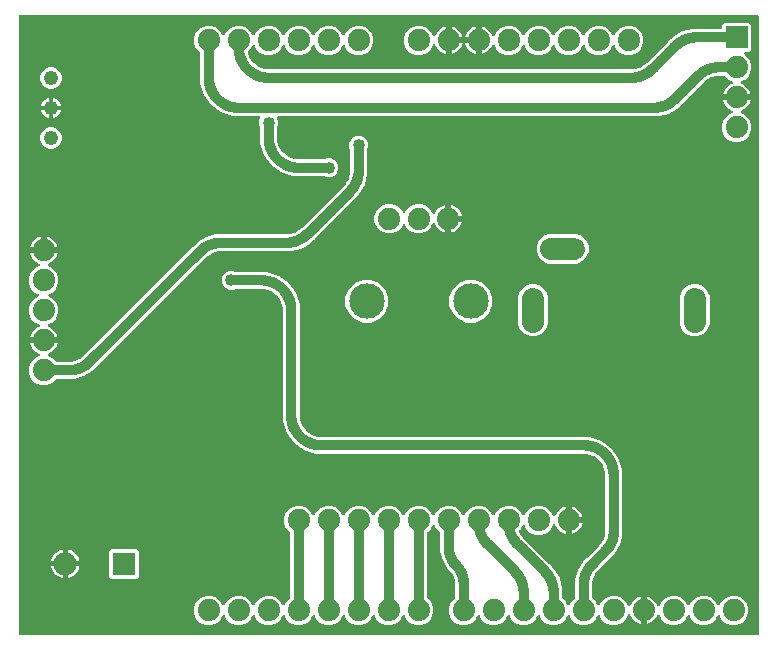
<source format=gbl>
G04 EAGLE Gerber RS-274X export*
G75*
%MOMM*%
%FSLAX34Y34*%
%LPD*%
%INBottom Copper*%
%IPPOS*%
%AMOC8*
5,1,8,0,0,1.08239X$1,22.5*%
G01*
%ADD10C,1.879600*%
%ADD11C,1.930400*%
%ADD12R,1.930400X1.930400*%
%ADD13C,3.000000*%
%ADD14R,1.879600X1.879600*%
%ADD15C,1.209600*%
%ADD16C,1.900000*%
%ADD17C,1.016000*%
%ADD18C,0.812800*%

G36*
X629784Y4080D02*
X629784Y4080D01*
X629903Y4087D01*
X629941Y4100D01*
X629982Y4105D01*
X630092Y4148D01*
X630205Y4185D01*
X630240Y4207D01*
X630277Y4222D01*
X630373Y4291D01*
X630474Y4355D01*
X630502Y4385D01*
X630535Y4408D01*
X630611Y4500D01*
X630692Y4587D01*
X630712Y4622D01*
X630737Y4653D01*
X630788Y4761D01*
X630846Y4865D01*
X630856Y4905D01*
X630873Y4941D01*
X630895Y5058D01*
X630925Y5173D01*
X630929Y5233D01*
X630933Y5253D01*
X630931Y5274D01*
X630935Y5334D01*
X630935Y528066D01*
X630920Y528184D01*
X630913Y528303D01*
X630900Y528341D01*
X630895Y528382D01*
X630852Y528492D01*
X630815Y528605D01*
X630793Y528640D01*
X630778Y528677D01*
X630709Y528773D01*
X630645Y528874D01*
X630615Y528902D01*
X630592Y528935D01*
X630500Y529011D01*
X630413Y529092D01*
X630378Y529112D01*
X630347Y529137D01*
X630239Y529188D01*
X630135Y529246D01*
X630095Y529256D01*
X630059Y529273D01*
X629942Y529295D01*
X629827Y529325D01*
X629767Y529329D01*
X629747Y529333D01*
X629726Y529331D01*
X629666Y529335D01*
X5334Y529335D01*
X5216Y529320D01*
X5097Y529313D01*
X5059Y529300D01*
X5018Y529295D01*
X4908Y529252D01*
X4795Y529215D01*
X4760Y529193D01*
X4723Y529178D01*
X4627Y529109D01*
X4526Y529045D01*
X4498Y529015D01*
X4465Y528992D01*
X4389Y528900D01*
X4308Y528813D01*
X4288Y528778D01*
X4263Y528747D01*
X4212Y528639D01*
X4154Y528535D01*
X4144Y528495D01*
X4127Y528459D01*
X4105Y528342D01*
X4075Y528227D01*
X4071Y528167D01*
X4067Y528147D01*
X4069Y528126D01*
X4065Y528066D01*
X4065Y5334D01*
X4080Y5216D01*
X4087Y5097D01*
X4100Y5059D01*
X4105Y5018D01*
X4148Y4908D01*
X4185Y4795D01*
X4207Y4760D01*
X4222Y4723D01*
X4291Y4627D01*
X4355Y4526D01*
X4385Y4498D01*
X4408Y4465D01*
X4500Y4389D01*
X4587Y4308D01*
X4622Y4288D01*
X4653Y4263D01*
X4761Y4212D01*
X4865Y4154D01*
X4905Y4144D01*
X4941Y4127D01*
X5058Y4105D01*
X5173Y4075D01*
X5233Y4071D01*
X5253Y4067D01*
X5274Y4069D01*
X5334Y4065D01*
X629666Y4065D01*
X629784Y4080D01*
G37*
%LPC*%
G36*
X162624Y12953D02*
X162624Y12953D01*
X158050Y14848D01*
X154548Y18350D01*
X152653Y22924D01*
X152653Y27876D01*
X154548Y32450D01*
X158050Y35952D01*
X162624Y37847D01*
X167576Y37847D01*
X172150Y35952D01*
X175652Y32450D01*
X176627Y30095D01*
X176696Y29975D01*
X176761Y29852D01*
X176775Y29837D01*
X176785Y29819D01*
X176882Y29719D01*
X176975Y29616D01*
X176992Y29605D01*
X177006Y29591D01*
X177124Y29518D01*
X177241Y29442D01*
X177260Y29435D01*
X177277Y29424D01*
X177410Y29384D01*
X177542Y29338D01*
X177562Y29337D01*
X177581Y29331D01*
X177720Y29324D01*
X177859Y29313D01*
X177879Y29317D01*
X177899Y29316D01*
X178035Y29344D01*
X178172Y29368D01*
X178191Y29376D01*
X178210Y29380D01*
X178335Y29441D01*
X178462Y29498D01*
X178478Y29511D01*
X178496Y29520D01*
X178602Y29610D01*
X178710Y29697D01*
X178723Y29713D01*
X178738Y29726D01*
X178818Y29840D01*
X178902Y29951D01*
X178914Y29976D01*
X178921Y29986D01*
X178928Y30005D01*
X178973Y30095D01*
X179948Y32450D01*
X183450Y35952D01*
X188024Y37847D01*
X192976Y37847D01*
X197550Y35952D01*
X201052Y32450D01*
X202027Y30095D01*
X202096Y29975D01*
X202161Y29852D01*
X202175Y29837D01*
X202185Y29819D01*
X202282Y29719D01*
X202375Y29616D01*
X202392Y29605D01*
X202406Y29591D01*
X202524Y29518D01*
X202641Y29442D01*
X202660Y29435D01*
X202677Y29424D01*
X202810Y29384D01*
X202942Y29338D01*
X202962Y29337D01*
X202981Y29331D01*
X203120Y29324D01*
X203259Y29313D01*
X203279Y29317D01*
X203299Y29316D01*
X203435Y29344D01*
X203572Y29368D01*
X203591Y29376D01*
X203610Y29380D01*
X203735Y29441D01*
X203862Y29498D01*
X203878Y29511D01*
X203896Y29520D01*
X204002Y29610D01*
X204110Y29697D01*
X204123Y29713D01*
X204138Y29726D01*
X204218Y29840D01*
X204302Y29951D01*
X204314Y29976D01*
X204321Y29986D01*
X204328Y30005D01*
X204373Y30095D01*
X205348Y32450D01*
X208850Y35952D01*
X213424Y37847D01*
X218376Y37847D01*
X222950Y35952D01*
X226452Y32450D01*
X227427Y30095D01*
X227496Y29975D01*
X227561Y29852D01*
X227575Y29837D01*
X227585Y29819D01*
X227682Y29719D01*
X227775Y29616D01*
X227792Y29605D01*
X227806Y29591D01*
X227924Y29518D01*
X228041Y29442D01*
X228060Y29435D01*
X228077Y29424D01*
X228210Y29384D01*
X228342Y29338D01*
X228362Y29337D01*
X228381Y29331D01*
X228520Y29324D01*
X228659Y29313D01*
X228679Y29317D01*
X228699Y29316D01*
X228835Y29344D01*
X228972Y29368D01*
X228991Y29376D01*
X229010Y29380D01*
X229135Y29441D01*
X229262Y29498D01*
X229278Y29511D01*
X229296Y29520D01*
X229402Y29610D01*
X229510Y29697D01*
X229523Y29713D01*
X229538Y29726D01*
X229618Y29840D01*
X229702Y29951D01*
X229714Y29976D01*
X229721Y29986D01*
X229728Y30005D01*
X229773Y30095D01*
X230748Y32450D01*
X233816Y35518D01*
X233876Y35596D01*
X233944Y35668D01*
X233973Y35721D01*
X234010Y35769D01*
X234050Y35860D01*
X234098Y35947D01*
X234113Y36005D01*
X234137Y36061D01*
X234152Y36159D01*
X234177Y36255D01*
X234183Y36355D01*
X234187Y36375D01*
X234185Y36387D01*
X234187Y36415D01*
X234187Y90585D01*
X234175Y90683D01*
X234172Y90782D01*
X234155Y90840D01*
X234147Y90900D01*
X234111Y90992D01*
X234083Y91087D01*
X234053Y91140D01*
X234030Y91196D01*
X233972Y91276D01*
X233922Y91361D01*
X233856Y91437D01*
X233844Y91453D01*
X233834Y91461D01*
X233816Y91482D01*
X230748Y94550D01*
X228853Y99124D01*
X228853Y104076D01*
X230748Y108650D01*
X234250Y112152D01*
X238824Y114047D01*
X243776Y114047D01*
X248350Y112152D01*
X251852Y108651D01*
X252827Y106295D01*
X252896Y106174D01*
X252961Y106052D01*
X252975Y106037D01*
X252985Y106019D01*
X253082Y105919D01*
X253175Y105816D01*
X253192Y105805D01*
X253206Y105791D01*
X253324Y105718D01*
X253441Y105642D01*
X253460Y105635D01*
X253477Y105624D01*
X253610Y105584D01*
X253742Y105538D01*
X253762Y105537D01*
X253781Y105531D01*
X253920Y105524D01*
X254059Y105513D01*
X254079Y105517D01*
X254099Y105516D01*
X254235Y105544D01*
X254372Y105568D01*
X254391Y105576D01*
X254410Y105580D01*
X254535Y105641D01*
X254662Y105698D01*
X254678Y105711D01*
X254696Y105720D01*
X254802Y105810D01*
X254910Y105897D01*
X254923Y105913D01*
X254938Y105926D01*
X255018Y106040D01*
X255102Y106151D01*
X255114Y106176D01*
X255121Y106186D01*
X255128Y106205D01*
X255173Y106295D01*
X256148Y108650D01*
X259650Y112152D01*
X264224Y114047D01*
X269176Y114047D01*
X273750Y112152D01*
X277252Y108651D01*
X278227Y106295D01*
X278296Y106174D01*
X278361Y106052D01*
X278375Y106037D01*
X278385Y106019D01*
X278482Y105919D01*
X278575Y105816D01*
X278592Y105805D01*
X278606Y105791D01*
X278724Y105718D01*
X278841Y105642D01*
X278860Y105635D01*
X278877Y105624D01*
X279010Y105584D01*
X279142Y105538D01*
X279162Y105537D01*
X279181Y105531D01*
X279320Y105524D01*
X279459Y105513D01*
X279479Y105517D01*
X279499Y105516D01*
X279635Y105544D01*
X279772Y105568D01*
X279791Y105576D01*
X279810Y105580D01*
X279935Y105641D01*
X280062Y105698D01*
X280078Y105711D01*
X280096Y105720D01*
X280202Y105810D01*
X280310Y105897D01*
X280323Y105913D01*
X280338Y105926D01*
X280418Y106040D01*
X280502Y106151D01*
X280514Y106176D01*
X280521Y106186D01*
X280528Y106205D01*
X280573Y106295D01*
X281548Y108650D01*
X285050Y112152D01*
X289624Y114047D01*
X294576Y114047D01*
X299150Y112152D01*
X302652Y108651D01*
X303627Y106295D01*
X303696Y106174D01*
X303761Y106052D01*
X303775Y106037D01*
X303785Y106019D01*
X303882Y105919D01*
X303975Y105816D01*
X303992Y105805D01*
X304006Y105791D01*
X304124Y105718D01*
X304241Y105642D01*
X304260Y105635D01*
X304277Y105624D01*
X304410Y105584D01*
X304542Y105538D01*
X304562Y105537D01*
X304581Y105531D01*
X304720Y105524D01*
X304859Y105513D01*
X304879Y105517D01*
X304899Y105516D01*
X305035Y105544D01*
X305172Y105568D01*
X305191Y105576D01*
X305210Y105580D01*
X305335Y105641D01*
X305462Y105698D01*
X305478Y105711D01*
X305496Y105720D01*
X305602Y105810D01*
X305710Y105897D01*
X305723Y105913D01*
X305738Y105926D01*
X305818Y106040D01*
X305902Y106151D01*
X305914Y106176D01*
X305921Y106186D01*
X305928Y106205D01*
X305973Y106295D01*
X306948Y108650D01*
X310450Y112152D01*
X315024Y114047D01*
X319976Y114047D01*
X324550Y112152D01*
X328052Y108651D01*
X329027Y106295D01*
X329096Y106174D01*
X329161Y106052D01*
X329175Y106037D01*
X329185Y106019D01*
X329282Y105919D01*
X329375Y105816D01*
X329392Y105805D01*
X329406Y105791D01*
X329524Y105718D01*
X329641Y105642D01*
X329660Y105635D01*
X329677Y105624D01*
X329810Y105584D01*
X329942Y105538D01*
X329962Y105537D01*
X329981Y105531D01*
X330120Y105524D01*
X330259Y105513D01*
X330279Y105517D01*
X330299Y105516D01*
X330435Y105544D01*
X330572Y105568D01*
X330591Y105576D01*
X330610Y105580D01*
X330735Y105641D01*
X330862Y105698D01*
X330878Y105711D01*
X330896Y105720D01*
X331002Y105810D01*
X331110Y105897D01*
X331123Y105913D01*
X331138Y105926D01*
X331218Y106040D01*
X331302Y106151D01*
X331314Y106176D01*
X331321Y106186D01*
X331328Y106205D01*
X331373Y106295D01*
X332348Y108650D01*
X335850Y112152D01*
X340424Y114047D01*
X345376Y114047D01*
X349950Y112152D01*
X353452Y108651D01*
X354427Y106295D01*
X354496Y106174D01*
X354561Y106052D01*
X354575Y106037D01*
X354585Y106019D01*
X354682Y105919D01*
X354775Y105816D01*
X354792Y105805D01*
X354806Y105791D01*
X354924Y105718D01*
X355041Y105642D01*
X355060Y105635D01*
X355077Y105624D01*
X355210Y105584D01*
X355342Y105538D01*
X355362Y105537D01*
X355381Y105531D01*
X355520Y105524D01*
X355659Y105513D01*
X355679Y105517D01*
X355699Y105516D01*
X355835Y105544D01*
X355972Y105568D01*
X355991Y105576D01*
X356010Y105580D01*
X356135Y105641D01*
X356262Y105698D01*
X356278Y105711D01*
X356296Y105720D01*
X356402Y105810D01*
X356510Y105897D01*
X356523Y105913D01*
X356538Y105926D01*
X356618Y106040D01*
X356702Y106151D01*
X356714Y106176D01*
X356721Y106186D01*
X356728Y106205D01*
X356773Y106295D01*
X357748Y108650D01*
X361250Y112152D01*
X365824Y114047D01*
X370776Y114047D01*
X375350Y112152D01*
X378852Y108651D01*
X379827Y106295D01*
X379896Y106174D01*
X379961Y106052D01*
X379975Y106037D01*
X379985Y106019D01*
X380082Y105919D01*
X380175Y105816D01*
X380192Y105805D01*
X380206Y105791D01*
X380324Y105718D01*
X380441Y105642D01*
X380460Y105635D01*
X380477Y105624D01*
X380610Y105584D01*
X380742Y105538D01*
X380762Y105537D01*
X380781Y105531D01*
X380920Y105524D01*
X381059Y105513D01*
X381079Y105517D01*
X381099Y105516D01*
X381235Y105544D01*
X381372Y105568D01*
X381391Y105576D01*
X381410Y105580D01*
X381535Y105641D01*
X381662Y105698D01*
X381678Y105711D01*
X381696Y105720D01*
X381802Y105810D01*
X381910Y105897D01*
X381923Y105913D01*
X381938Y105926D01*
X382018Y106040D01*
X382102Y106151D01*
X382114Y106176D01*
X382121Y106186D01*
X382128Y106205D01*
X382173Y106295D01*
X383148Y108650D01*
X386650Y112152D01*
X391224Y114047D01*
X396176Y114047D01*
X400750Y112152D01*
X404252Y108651D01*
X405227Y106295D01*
X405296Y106174D01*
X405361Y106052D01*
X405375Y106037D01*
X405385Y106019D01*
X405482Y105919D01*
X405575Y105816D01*
X405592Y105805D01*
X405606Y105791D01*
X405724Y105718D01*
X405841Y105642D01*
X405860Y105635D01*
X405877Y105624D01*
X406010Y105584D01*
X406142Y105538D01*
X406162Y105537D01*
X406181Y105531D01*
X406320Y105524D01*
X406459Y105513D01*
X406479Y105517D01*
X406499Y105516D01*
X406635Y105544D01*
X406772Y105568D01*
X406791Y105576D01*
X406810Y105580D01*
X406935Y105641D01*
X407062Y105698D01*
X407078Y105711D01*
X407096Y105720D01*
X407202Y105810D01*
X407310Y105897D01*
X407323Y105913D01*
X407338Y105926D01*
X407418Y106040D01*
X407502Y106151D01*
X407514Y106176D01*
X407521Y106186D01*
X407528Y106205D01*
X407573Y106295D01*
X408548Y108650D01*
X412050Y112152D01*
X416624Y114047D01*
X421576Y114047D01*
X426150Y112152D01*
X429652Y108650D01*
X430627Y106295D01*
X430696Y106175D01*
X430761Y106052D01*
X430775Y106037D01*
X430785Y106019D01*
X430882Y105919D01*
X430975Y105816D01*
X430992Y105805D01*
X431006Y105791D01*
X431124Y105718D01*
X431241Y105642D01*
X431260Y105635D01*
X431277Y105624D01*
X431410Y105584D01*
X431542Y105538D01*
X431562Y105537D01*
X431581Y105531D01*
X431720Y105524D01*
X431859Y105513D01*
X431879Y105517D01*
X431899Y105516D01*
X432035Y105544D01*
X432172Y105568D01*
X432191Y105576D01*
X432210Y105580D01*
X432335Y105641D01*
X432462Y105698D01*
X432478Y105711D01*
X432496Y105720D01*
X432602Y105810D01*
X432710Y105897D01*
X432723Y105913D01*
X432738Y105926D01*
X432818Y106040D01*
X432902Y106151D01*
X432914Y106176D01*
X432921Y106186D01*
X432928Y106205D01*
X432973Y106295D01*
X433948Y108650D01*
X437450Y112152D01*
X442024Y114047D01*
X446976Y114047D01*
X451550Y112152D01*
X455052Y108650D01*
X456305Y105625D01*
X456320Y105599D01*
X456329Y105570D01*
X456399Y105461D01*
X456463Y105348D01*
X456484Y105327D01*
X456500Y105302D01*
X456594Y105213D01*
X456684Y105120D01*
X456710Y105104D01*
X456731Y105084D01*
X456845Y105021D01*
X456955Y104954D01*
X456984Y104945D01*
X457010Y104931D01*
X457135Y104898D01*
X457259Y104860D01*
X457289Y104859D01*
X457318Y104851D01*
X457448Y104851D01*
X457577Y104845D01*
X457606Y104851D01*
X457636Y104851D01*
X457761Y104883D01*
X457888Y104909D01*
X457915Y104922D01*
X457944Y104930D01*
X458057Y104992D01*
X458174Y105049D01*
X458197Y105068D01*
X458223Y105083D01*
X458317Y105171D01*
X458416Y105255D01*
X458433Y105280D01*
X458455Y105300D01*
X458524Y105409D01*
X458599Y105515D01*
X458610Y105543D01*
X458626Y105569D01*
X458685Y105718D01*
X458836Y106183D01*
X459689Y107857D01*
X460794Y109378D01*
X462122Y110706D01*
X463643Y111811D01*
X465317Y112664D01*
X467104Y113245D01*
X467361Y113285D01*
X467361Y102870D01*
X467376Y102752D01*
X467383Y102633D01*
X467396Y102595D01*
X467401Y102555D01*
X467444Y102444D01*
X467481Y102331D01*
X467503Y102297D01*
X467518Y102259D01*
X467588Y102163D01*
X467651Y102062D01*
X467681Y102034D01*
X467704Y102002D01*
X467796Y101926D01*
X467883Y101844D01*
X467918Y101825D01*
X467949Y101799D01*
X468057Y101748D01*
X468161Y101691D01*
X468201Y101680D01*
X468237Y101663D01*
X468354Y101641D01*
X468469Y101611D01*
X468530Y101607D01*
X468550Y101603D01*
X468570Y101605D01*
X468630Y101601D01*
X469901Y101601D01*
X469901Y101599D01*
X468630Y101599D01*
X468512Y101584D01*
X468393Y101577D01*
X468355Y101564D01*
X468314Y101559D01*
X468204Y101515D01*
X468091Y101479D01*
X468056Y101457D01*
X468019Y101442D01*
X467923Y101372D01*
X467822Y101309D01*
X467794Y101279D01*
X467761Y101255D01*
X467686Y101164D01*
X467604Y101077D01*
X467584Y101042D01*
X467559Y101010D01*
X467508Y100903D01*
X467450Y100798D01*
X467440Y100759D01*
X467423Y100723D01*
X467401Y100606D01*
X467371Y100491D01*
X467367Y100430D01*
X467363Y100410D01*
X467365Y100390D01*
X467361Y100330D01*
X467361Y89915D01*
X467104Y89955D01*
X465317Y90536D01*
X463643Y91389D01*
X462122Y92494D01*
X460794Y93822D01*
X459689Y95343D01*
X458836Y97017D01*
X458685Y97482D01*
X458672Y97509D01*
X458665Y97538D01*
X458605Y97652D01*
X458550Y97770D01*
X458531Y97793D01*
X458517Y97819D01*
X458430Y97915D01*
X458347Y98015D01*
X458323Y98032D01*
X458303Y98054D01*
X458194Y98126D01*
X458090Y98202D01*
X458062Y98213D01*
X458037Y98229D01*
X457914Y98271D01*
X457794Y98319D01*
X457764Y98323D01*
X457736Y98332D01*
X457607Y98343D01*
X457479Y98359D01*
X457449Y98355D01*
X457419Y98358D01*
X457291Y98335D01*
X457163Y98319D01*
X457135Y98308D01*
X457106Y98303D01*
X456988Y98250D01*
X456867Y98202D01*
X456843Y98185D01*
X456816Y98173D01*
X456715Y98092D01*
X456610Y98016D01*
X456591Y97993D01*
X456567Y97974D01*
X456489Y97870D01*
X456407Y97771D01*
X456394Y97744D01*
X456376Y97720D01*
X456305Y97575D01*
X455052Y94550D01*
X451550Y91048D01*
X446976Y89153D01*
X442024Y89153D01*
X437450Y91048D01*
X433948Y94550D01*
X432973Y96905D01*
X432904Y97025D01*
X432839Y97148D01*
X432825Y97163D01*
X432815Y97181D01*
X432718Y97281D01*
X432625Y97384D01*
X432608Y97395D01*
X432594Y97409D01*
X432475Y97482D01*
X432359Y97558D01*
X432340Y97565D01*
X432323Y97576D01*
X432190Y97616D01*
X432058Y97662D01*
X432038Y97663D01*
X432019Y97669D01*
X431880Y97676D01*
X431741Y97687D01*
X431721Y97683D01*
X431701Y97684D01*
X431565Y97656D01*
X431428Y97632D01*
X431409Y97624D01*
X431390Y97620D01*
X431264Y97559D01*
X431138Y97502D01*
X431122Y97489D01*
X431104Y97480D01*
X430998Y97390D01*
X430890Y97303D01*
X430877Y97287D01*
X430862Y97274D01*
X430782Y97160D01*
X430698Y97049D01*
X430686Y97024D01*
X430679Y97014D01*
X430672Y96995D01*
X430627Y96905D01*
X429652Y94550D01*
X428256Y93154D01*
X428187Y93065D01*
X428112Y92982D01*
X428090Y92940D01*
X428061Y92903D01*
X428017Y92799D01*
X427965Y92700D01*
X427954Y92654D01*
X427935Y92611D01*
X427917Y92500D01*
X427892Y92391D01*
X427893Y92343D01*
X427885Y92297D01*
X427896Y92185D01*
X427898Y92073D01*
X427911Y92027D01*
X427915Y91980D01*
X427953Y91874D01*
X427983Y91766D01*
X428015Y91701D01*
X428023Y91681D01*
X428033Y91666D01*
X428055Y91622D01*
X429900Y88426D01*
X429926Y88391D01*
X429946Y88352D01*
X430044Y88224D01*
X431512Y86551D01*
X431528Y86537D01*
X431569Y86490D01*
X453611Y64448D01*
X454725Y63334D01*
X455968Y62091D01*
X455969Y62090D01*
X457817Y60242D01*
X462097Y52829D01*
X464313Y44559D01*
X464313Y36415D01*
X464325Y36317D01*
X464328Y36218D01*
X464345Y36160D01*
X464353Y36100D01*
X464389Y36008D01*
X464417Y35913D01*
X464447Y35860D01*
X464470Y35804D01*
X464528Y35724D01*
X464578Y35639D01*
X464644Y35563D01*
X464656Y35547D01*
X464666Y35539D01*
X464684Y35518D01*
X467752Y32450D01*
X468727Y30095D01*
X468796Y29975D01*
X468861Y29852D01*
X468875Y29837D01*
X468885Y29819D01*
X468982Y29719D01*
X469075Y29616D01*
X469092Y29605D01*
X469106Y29591D01*
X469224Y29518D01*
X469341Y29442D01*
X469360Y29435D01*
X469377Y29424D01*
X469510Y29384D01*
X469642Y29338D01*
X469662Y29337D01*
X469681Y29331D01*
X469820Y29324D01*
X469959Y29313D01*
X469979Y29317D01*
X469999Y29316D01*
X470135Y29344D01*
X470272Y29368D01*
X470291Y29376D01*
X470310Y29380D01*
X470435Y29441D01*
X470562Y29498D01*
X470578Y29511D01*
X470596Y29520D01*
X470702Y29610D01*
X470810Y29697D01*
X470823Y29713D01*
X470838Y29726D01*
X470918Y29840D01*
X471002Y29951D01*
X471014Y29976D01*
X471021Y29986D01*
X471028Y30005D01*
X471073Y30095D01*
X472048Y32450D01*
X475116Y35518D01*
X475176Y35596D01*
X475244Y35668D01*
X475273Y35721D01*
X475310Y35769D01*
X475350Y35860D01*
X475398Y35947D01*
X475413Y36005D01*
X475437Y36061D01*
X475452Y36159D01*
X475477Y36255D01*
X475483Y36355D01*
X475487Y36375D01*
X475485Y36387D01*
X475487Y36415D01*
X475487Y50909D01*
X477703Y59179D01*
X481983Y66592D01*
X483831Y68440D01*
X485171Y69779D01*
X485171Y69780D01*
X486188Y70797D01*
X486189Y70798D01*
X495442Y80050D01*
X495679Y80288D01*
X496621Y81229D01*
X496633Y81246D01*
X496677Y81290D01*
X497824Y82598D01*
X497849Y82635D01*
X497880Y82666D01*
X497969Y82800D01*
X499705Y85807D01*
X499738Y85886D01*
X499780Y85960D01*
X499824Y86090D01*
X499828Y86100D01*
X499829Y86104D01*
X499832Y86113D01*
X500730Y89466D01*
X500736Y89510D01*
X500750Y89552D01*
X500771Y89711D01*
X500809Y90293D01*
X500885Y91447D01*
X500883Y91468D01*
X500887Y91530D01*
X500887Y139700D01*
X500885Y139722D01*
X500883Y139800D01*
X500674Y142462D01*
X500660Y142530D01*
X500656Y142598D01*
X500616Y142754D01*
X498970Y147818D01*
X498920Y147926D01*
X498876Y148036D01*
X498844Y148087D01*
X498835Y148106D01*
X498822Y148122D01*
X498790Y148172D01*
X495660Y152480D01*
X495579Y152566D01*
X495504Y152658D01*
X495457Y152696D01*
X495443Y152711D01*
X495425Y152722D01*
X495380Y152760D01*
X491072Y155890D01*
X490968Y155947D01*
X490868Y156011D01*
X490811Y156033D01*
X490793Y156043D01*
X490774Y156048D01*
X490718Y156070D01*
X485654Y157716D01*
X485587Y157729D01*
X485521Y157751D01*
X485362Y157774D01*
X482700Y157983D01*
X482678Y157982D01*
X482600Y157987D01*
X255200Y157987D01*
X245406Y161170D01*
X237074Y167223D01*
X231020Y175556D01*
X227837Y185351D01*
X227837Y279400D01*
X227835Y279422D01*
X227833Y279500D01*
X227624Y282162D01*
X227610Y282226D01*
X227608Y282267D01*
X227607Y282269D01*
X227606Y282298D01*
X227566Y282454D01*
X225920Y287518D01*
X225886Y287590D01*
X225868Y287647D01*
X225850Y287675D01*
X225826Y287736D01*
X225794Y287787D01*
X225785Y287806D01*
X225772Y287822D01*
X225740Y287872D01*
X222610Y292180D01*
X222529Y292266D01*
X222454Y292358D01*
X222407Y292396D01*
X222393Y292411D01*
X222375Y292422D01*
X222330Y292460D01*
X218022Y295590D01*
X217918Y295647D01*
X217818Y295711D01*
X217761Y295733D01*
X217743Y295743D01*
X217724Y295748D01*
X217668Y295770D01*
X212604Y297416D01*
X212537Y297429D01*
X212471Y297451D01*
X212312Y297474D01*
X209650Y297683D01*
X209628Y297682D01*
X209550Y297687D01*
X188472Y297687D01*
X188463Y297686D01*
X188454Y297687D01*
X188305Y297666D01*
X188157Y297647D01*
X188148Y297644D01*
X188139Y297643D01*
X187987Y297591D01*
X185767Y296671D01*
X182533Y296671D01*
X179545Y297909D01*
X177259Y300195D01*
X176021Y303183D01*
X176021Y306417D01*
X177259Y309405D01*
X179545Y311691D01*
X182533Y312929D01*
X185767Y312929D01*
X187987Y312009D01*
X187995Y312007D01*
X188004Y312002D01*
X188149Y311965D01*
X188293Y311925D01*
X188303Y311925D01*
X188312Y311923D01*
X188472Y311913D01*
X214700Y311913D01*
X224494Y308730D01*
X232827Y302677D01*
X238880Y294344D01*
X242063Y284550D01*
X242063Y190500D01*
X242065Y190478D01*
X242067Y190400D01*
X242276Y187738D01*
X242290Y187670D01*
X242294Y187602D01*
X242334Y187446D01*
X243980Y182382D01*
X244030Y182274D01*
X244074Y182164D01*
X244106Y182113D01*
X244115Y182094D01*
X244128Y182078D01*
X244160Y182028D01*
X247290Y177720D01*
X247371Y177634D01*
X247446Y177542D01*
X247493Y177504D01*
X247507Y177489D01*
X247525Y177478D01*
X247570Y177440D01*
X251878Y174310D01*
X251982Y174253D01*
X252082Y174189D01*
X252139Y174167D01*
X252157Y174157D01*
X252176Y174152D01*
X252232Y174130D01*
X257296Y172484D01*
X257363Y172471D01*
X257429Y172449D01*
X257588Y172426D01*
X260250Y172217D01*
X260272Y172218D01*
X260350Y172213D01*
X487750Y172213D01*
X497544Y169030D01*
X505877Y162977D01*
X511930Y154644D01*
X515113Y144850D01*
X515113Y87740D01*
X513151Y80416D01*
X509360Y73851D01*
X507858Y72349D01*
X506613Y71105D01*
X506613Y71104D01*
X505501Y69992D01*
X505500Y69992D01*
X495069Y59560D01*
X495056Y59544D01*
X495012Y59499D01*
X493544Y57826D01*
X493520Y57789D01*
X493489Y57758D01*
X493399Y57624D01*
X491178Y53776D01*
X491145Y53697D01*
X491103Y53623D01*
X491059Y53493D01*
X491055Y53483D01*
X491054Y53479D01*
X491051Y53470D01*
X489902Y49179D01*
X489896Y49135D01*
X489882Y49093D01*
X489861Y48933D01*
X489715Y46712D01*
X489717Y46691D01*
X489713Y46629D01*
X489713Y36415D01*
X489725Y36317D01*
X489728Y36218D01*
X489745Y36160D01*
X489753Y36100D01*
X489789Y36008D01*
X489817Y35913D01*
X489847Y35860D01*
X489870Y35804D01*
X489928Y35724D01*
X489978Y35639D01*
X490044Y35563D01*
X490056Y35547D01*
X490066Y35539D01*
X490084Y35518D01*
X493152Y32450D01*
X494127Y30095D01*
X494196Y29975D01*
X494261Y29852D01*
X494275Y29837D01*
X494285Y29819D01*
X494382Y29719D01*
X494475Y29616D01*
X494492Y29605D01*
X494506Y29591D01*
X494625Y29518D01*
X494741Y29442D01*
X494760Y29435D01*
X494777Y29424D01*
X494910Y29384D01*
X495042Y29338D01*
X495062Y29337D01*
X495081Y29331D01*
X495220Y29324D01*
X495359Y29313D01*
X495379Y29317D01*
X495399Y29316D01*
X495535Y29344D01*
X495672Y29368D01*
X495691Y29376D01*
X495710Y29380D01*
X495836Y29441D01*
X495962Y29498D01*
X495978Y29511D01*
X495996Y29520D01*
X496102Y29610D01*
X496210Y29697D01*
X496223Y29713D01*
X496238Y29726D01*
X496318Y29840D01*
X496402Y29951D01*
X496414Y29976D01*
X496421Y29986D01*
X496428Y30005D01*
X496473Y30095D01*
X497448Y32450D01*
X500950Y35952D01*
X505524Y37847D01*
X510476Y37847D01*
X515050Y35952D01*
X518552Y32450D01*
X519805Y29425D01*
X519820Y29399D01*
X519829Y29370D01*
X519899Y29261D01*
X519963Y29148D01*
X519984Y29127D01*
X520000Y29102D01*
X520094Y29013D01*
X520184Y28920D01*
X520210Y28904D01*
X520231Y28884D01*
X520345Y28821D01*
X520455Y28754D01*
X520484Y28745D01*
X520510Y28731D01*
X520635Y28698D01*
X520759Y28660D01*
X520789Y28659D01*
X520818Y28651D01*
X520948Y28651D01*
X521077Y28645D01*
X521106Y28651D01*
X521136Y28651D01*
X521261Y28683D01*
X521388Y28709D01*
X521415Y28722D01*
X521444Y28730D01*
X521557Y28792D01*
X521674Y28849D01*
X521697Y28868D01*
X521723Y28883D01*
X521817Y28971D01*
X521916Y29055D01*
X521933Y29080D01*
X521955Y29100D01*
X522024Y29209D01*
X522099Y29315D01*
X522110Y29343D01*
X522126Y29369D01*
X522185Y29518D01*
X522336Y29983D01*
X523189Y31657D01*
X524294Y33178D01*
X525622Y34506D01*
X527143Y35611D01*
X528817Y36464D01*
X530604Y37045D01*
X530861Y37085D01*
X530861Y26670D01*
X530876Y26552D01*
X530883Y26433D01*
X530896Y26395D01*
X530901Y26355D01*
X530944Y26244D01*
X530981Y26131D01*
X531003Y26097D01*
X531018Y26059D01*
X531088Y25963D01*
X531151Y25862D01*
X531181Y25834D01*
X531204Y25802D01*
X531296Y25726D01*
X531383Y25644D01*
X531418Y25625D01*
X531449Y25599D01*
X531557Y25548D01*
X531661Y25491D01*
X531701Y25480D01*
X531737Y25463D01*
X531854Y25441D01*
X531969Y25411D01*
X532030Y25407D01*
X532050Y25403D01*
X532070Y25405D01*
X532130Y25401D01*
X534670Y25401D01*
X534788Y25416D01*
X534907Y25423D01*
X534945Y25436D01*
X534985Y25441D01*
X535096Y25485D01*
X535209Y25521D01*
X535244Y25543D01*
X535281Y25558D01*
X535377Y25628D01*
X535478Y25691D01*
X535506Y25721D01*
X535539Y25745D01*
X535614Y25836D01*
X535696Y25923D01*
X535716Y25958D01*
X535741Y25990D01*
X535792Y26097D01*
X535850Y26202D01*
X535860Y26241D01*
X535877Y26277D01*
X535899Y26394D01*
X535929Y26509D01*
X535933Y26570D01*
X535937Y26590D01*
X535935Y26610D01*
X535939Y26670D01*
X535939Y37085D01*
X536196Y37045D01*
X537983Y36464D01*
X539657Y35611D01*
X541178Y34506D01*
X542506Y33178D01*
X543611Y31657D01*
X544464Y29983D01*
X544615Y29518D01*
X544628Y29491D01*
X544635Y29462D01*
X544695Y29348D01*
X544750Y29230D01*
X544769Y29207D01*
X544783Y29181D01*
X544870Y29085D01*
X544953Y28985D01*
X544977Y28968D01*
X544997Y28946D01*
X545106Y28874D01*
X545210Y28798D01*
X545238Y28787D01*
X545263Y28771D01*
X545386Y28729D01*
X545506Y28681D01*
X545536Y28677D01*
X545564Y28668D01*
X545693Y28657D01*
X545821Y28641D01*
X545851Y28645D01*
X545881Y28642D01*
X546009Y28665D01*
X546137Y28681D01*
X546165Y28692D01*
X546194Y28697D01*
X546312Y28750D01*
X546433Y28798D01*
X546457Y28815D01*
X546484Y28827D01*
X546585Y28908D01*
X546690Y28984D01*
X546709Y29007D01*
X546733Y29026D01*
X546811Y29130D01*
X546893Y29229D01*
X546906Y29256D01*
X546924Y29280D01*
X546995Y29425D01*
X548248Y32450D01*
X551750Y35952D01*
X556324Y37847D01*
X561276Y37847D01*
X565850Y35952D01*
X569352Y32451D01*
X570327Y30095D01*
X570396Y29974D01*
X570461Y29852D01*
X570475Y29837D01*
X570485Y29819D01*
X570582Y29719D01*
X570675Y29616D01*
X570692Y29605D01*
X570706Y29591D01*
X570824Y29518D01*
X570941Y29442D01*
X570960Y29435D01*
X570977Y29424D01*
X571110Y29384D01*
X571242Y29338D01*
X571262Y29337D01*
X571281Y29331D01*
X571420Y29324D01*
X571559Y29313D01*
X571579Y29317D01*
X571599Y29316D01*
X571735Y29344D01*
X571872Y29368D01*
X571891Y29376D01*
X571910Y29380D01*
X572035Y29441D01*
X572162Y29498D01*
X572178Y29511D01*
X572196Y29520D01*
X572302Y29610D01*
X572410Y29697D01*
X572423Y29713D01*
X572438Y29726D01*
X572518Y29840D01*
X572602Y29951D01*
X572614Y29976D01*
X572621Y29986D01*
X572628Y30005D01*
X572673Y30095D01*
X573648Y32450D01*
X577150Y35952D01*
X581724Y37847D01*
X586676Y37847D01*
X591250Y35952D01*
X594752Y32451D01*
X595727Y30095D01*
X595796Y29974D01*
X595861Y29852D01*
X595875Y29837D01*
X595885Y29819D01*
X595982Y29719D01*
X596075Y29616D01*
X596092Y29605D01*
X596106Y29591D01*
X596224Y29518D01*
X596341Y29442D01*
X596360Y29435D01*
X596377Y29424D01*
X596510Y29384D01*
X596642Y29338D01*
X596662Y29337D01*
X596681Y29331D01*
X596820Y29324D01*
X596959Y29313D01*
X596979Y29317D01*
X596999Y29316D01*
X597135Y29344D01*
X597272Y29368D01*
X597291Y29376D01*
X597310Y29380D01*
X597435Y29441D01*
X597562Y29498D01*
X597578Y29511D01*
X597596Y29520D01*
X597702Y29610D01*
X597810Y29697D01*
X597823Y29713D01*
X597838Y29726D01*
X597918Y29840D01*
X598002Y29951D01*
X598014Y29976D01*
X598021Y29986D01*
X598028Y30005D01*
X598073Y30095D01*
X599048Y32450D01*
X602550Y35952D01*
X607124Y37847D01*
X612076Y37847D01*
X616650Y35952D01*
X620152Y32450D01*
X622047Y27876D01*
X622047Y22924D01*
X620152Y18350D01*
X616650Y14848D01*
X612076Y12953D01*
X607124Y12953D01*
X602550Y14848D01*
X599048Y18350D01*
X598073Y20705D01*
X598004Y20825D01*
X597939Y20948D01*
X597925Y20963D01*
X597915Y20981D01*
X597818Y21081D01*
X597725Y21184D01*
X597708Y21195D01*
X597694Y21209D01*
X597575Y21282D01*
X597459Y21358D01*
X597440Y21365D01*
X597423Y21376D01*
X597290Y21417D01*
X597158Y21462D01*
X597138Y21463D01*
X597119Y21469D01*
X596980Y21476D01*
X596841Y21487D01*
X596821Y21483D01*
X596801Y21484D01*
X596665Y21456D01*
X596528Y21432D01*
X596509Y21424D01*
X596490Y21420D01*
X596364Y21359D01*
X596238Y21302D01*
X596222Y21289D01*
X596204Y21280D01*
X596098Y21190D01*
X595990Y21103D01*
X595977Y21087D01*
X595962Y21074D01*
X595882Y20960D01*
X595798Y20849D01*
X595786Y20824D01*
X595779Y20814D01*
X595772Y20795D01*
X595727Y20705D01*
X594752Y18349D01*
X591250Y14848D01*
X586676Y12953D01*
X581724Y12953D01*
X577150Y14848D01*
X573648Y18350D01*
X572673Y20705D01*
X572604Y20825D01*
X572539Y20948D01*
X572525Y20963D01*
X572515Y20981D01*
X572418Y21081D01*
X572325Y21184D01*
X572308Y21195D01*
X572294Y21209D01*
X572175Y21282D01*
X572059Y21358D01*
X572040Y21365D01*
X572023Y21376D01*
X571890Y21417D01*
X571758Y21462D01*
X571738Y21463D01*
X571719Y21469D01*
X571580Y21476D01*
X571441Y21487D01*
X571421Y21483D01*
X571401Y21484D01*
X571265Y21456D01*
X571128Y21432D01*
X571109Y21424D01*
X571090Y21420D01*
X570964Y21359D01*
X570838Y21302D01*
X570822Y21289D01*
X570804Y21280D01*
X570698Y21190D01*
X570590Y21103D01*
X570577Y21087D01*
X570562Y21074D01*
X570482Y20960D01*
X570398Y20849D01*
X570386Y20824D01*
X570379Y20814D01*
X570372Y20795D01*
X570327Y20705D01*
X569352Y18349D01*
X565850Y14848D01*
X561276Y12953D01*
X556324Y12953D01*
X551750Y14848D01*
X548248Y18350D01*
X546995Y21375D01*
X546980Y21401D01*
X546971Y21430D01*
X546901Y21539D01*
X546837Y21652D01*
X546816Y21673D01*
X546800Y21698D01*
X546706Y21787D01*
X546616Y21880D01*
X546590Y21896D01*
X546569Y21916D01*
X546455Y21979D01*
X546345Y22046D01*
X546316Y22055D01*
X546290Y22069D01*
X546165Y22102D01*
X546041Y22140D01*
X546011Y22141D01*
X545982Y22149D01*
X545852Y22149D01*
X545723Y22155D01*
X545694Y22149D01*
X545664Y22149D01*
X545539Y22117D01*
X545412Y22091D01*
X545385Y22078D01*
X545356Y22070D01*
X545243Y22008D01*
X545126Y21951D01*
X545103Y21932D01*
X545077Y21917D01*
X544983Y21829D01*
X544884Y21745D01*
X544867Y21720D01*
X544845Y21700D01*
X544776Y21591D01*
X544701Y21485D01*
X544690Y21457D01*
X544674Y21431D01*
X544615Y21282D01*
X544464Y20817D01*
X543611Y19143D01*
X542506Y17622D01*
X541178Y16294D01*
X539657Y15189D01*
X537983Y14336D01*
X536196Y13755D01*
X535939Y13715D01*
X535939Y24130D01*
X535924Y24248D01*
X535917Y24367D01*
X535904Y24405D01*
X535899Y24445D01*
X535856Y24556D01*
X535819Y24669D01*
X535797Y24703D01*
X535782Y24741D01*
X535712Y24837D01*
X535649Y24938D01*
X535619Y24966D01*
X535595Y24998D01*
X535504Y25074D01*
X535417Y25156D01*
X535382Y25175D01*
X535351Y25201D01*
X535243Y25252D01*
X535139Y25309D01*
X535099Y25320D01*
X535063Y25337D01*
X534946Y25359D01*
X534831Y25389D01*
X534770Y25393D01*
X534750Y25397D01*
X534730Y25395D01*
X534670Y25399D01*
X532130Y25399D01*
X532012Y25384D01*
X531893Y25377D01*
X531855Y25364D01*
X531814Y25359D01*
X531704Y25315D01*
X531591Y25279D01*
X531556Y25257D01*
X531519Y25242D01*
X531423Y25172D01*
X531322Y25109D01*
X531294Y25079D01*
X531261Y25055D01*
X531186Y24964D01*
X531104Y24877D01*
X531084Y24842D01*
X531059Y24810D01*
X531008Y24703D01*
X530950Y24598D01*
X530940Y24559D01*
X530923Y24523D01*
X530901Y24406D01*
X530871Y24291D01*
X530867Y24230D01*
X530863Y24210D01*
X530865Y24190D01*
X530861Y24130D01*
X530861Y13715D01*
X530604Y13755D01*
X528817Y14336D01*
X527143Y15189D01*
X525622Y16294D01*
X524294Y17622D01*
X523189Y19143D01*
X522336Y20817D01*
X522185Y21282D01*
X522172Y21309D01*
X522165Y21338D01*
X522105Y21452D01*
X522050Y21570D01*
X522031Y21593D01*
X522017Y21619D01*
X521930Y21715D01*
X521847Y21815D01*
X521823Y21832D01*
X521803Y21854D01*
X521694Y21926D01*
X521590Y22002D01*
X521562Y22013D01*
X521537Y22029D01*
X521414Y22071D01*
X521294Y22119D01*
X521264Y22123D01*
X521236Y22132D01*
X521107Y22143D01*
X520979Y22159D01*
X520949Y22155D01*
X520919Y22158D01*
X520791Y22135D01*
X520663Y22119D01*
X520635Y22108D01*
X520606Y22103D01*
X520488Y22050D01*
X520367Y22002D01*
X520343Y21985D01*
X520316Y21973D01*
X520215Y21892D01*
X520110Y21816D01*
X520091Y21793D01*
X520067Y21774D01*
X519989Y21670D01*
X519907Y21571D01*
X519894Y21544D01*
X519876Y21520D01*
X519805Y21375D01*
X518552Y18350D01*
X515050Y14848D01*
X510476Y12953D01*
X505524Y12953D01*
X500950Y14848D01*
X497448Y18350D01*
X496473Y20705D01*
X496404Y20825D01*
X496339Y20948D01*
X496325Y20963D01*
X496315Y20981D01*
X496218Y21081D01*
X496125Y21184D01*
X496108Y21195D01*
X496094Y21209D01*
X495976Y21282D01*
X495859Y21358D01*
X495840Y21365D01*
X495823Y21376D01*
X495690Y21416D01*
X495558Y21462D01*
X495538Y21463D01*
X495519Y21469D01*
X495380Y21476D01*
X495241Y21487D01*
X495221Y21483D01*
X495201Y21484D01*
X495065Y21456D01*
X494928Y21432D01*
X494909Y21424D01*
X494890Y21420D01*
X494765Y21359D01*
X494638Y21302D01*
X494622Y21289D01*
X494604Y21280D01*
X494498Y21190D01*
X494390Y21103D01*
X494377Y21087D01*
X494362Y21074D01*
X494282Y20960D01*
X494198Y20849D01*
X494186Y20824D01*
X494179Y20814D01*
X494172Y20795D01*
X494127Y20705D01*
X493152Y18350D01*
X489650Y14848D01*
X485076Y12953D01*
X480124Y12953D01*
X475550Y14848D01*
X472048Y18350D01*
X471073Y20705D01*
X471004Y20825D01*
X470939Y20948D01*
X470925Y20963D01*
X470915Y20981D01*
X470818Y21081D01*
X470725Y21184D01*
X470708Y21195D01*
X470694Y21209D01*
X470575Y21282D01*
X470459Y21358D01*
X470440Y21365D01*
X470423Y21376D01*
X470290Y21416D01*
X470158Y21462D01*
X470138Y21463D01*
X470119Y21469D01*
X469980Y21476D01*
X469841Y21487D01*
X469821Y21483D01*
X469801Y21484D01*
X469665Y21456D01*
X469528Y21432D01*
X469509Y21424D01*
X469490Y21420D01*
X469364Y21359D01*
X469238Y21302D01*
X469222Y21289D01*
X469204Y21280D01*
X469098Y21190D01*
X468990Y21103D01*
X468977Y21087D01*
X468962Y21074D01*
X468882Y20960D01*
X468798Y20849D01*
X468786Y20824D01*
X468779Y20814D01*
X468772Y20795D01*
X468727Y20705D01*
X467752Y18350D01*
X464250Y14848D01*
X459676Y12953D01*
X454724Y12953D01*
X450150Y14848D01*
X446648Y18350D01*
X445673Y20705D01*
X445604Y20825D01*
X445539Y20948D01*
X445525Y20963D01*
X445515Y20981D01*
X445418Y21081D01*
X445325Y21184D01*
X445308Y21195D01*
X445294Y21209D01*
X445175Y21282D01*
X445059Y21358D01*
X445040Y21365D01*
X445023Y21376D01*
X444890Y21416D01*
X444758Y21462D01*
X444738Y21463D01*
X444719Y21469D01*
X444580Y21476D01*
X444441Y21487D01*
X444421Y21483D01*
X444401Y21484D01*
X444265Y21456D01*
X444128Y21432D01*
X444109Y21424D01*
X444090Y21420D01*
X443964Y21359D01*
X443838Y21302D01*
X443822Y21289D01*
X443804Y21280D01*
X443698Y21190D01*
X443590Y21103D01*
X443577Y21087D01*
X443562Y21074D01*
X443482Y20960D01*
X443398Y20849D01*
X443386Y20824D01*
X443379Y20814D01*
X443372Y20795D01*
X443327Y20705D01*
X442352Y18350D01*
X438850Y14848D01*
X434276Y12953D01*
X429324Y12953D01*
X424750Y14848D01*
X421248Y18350D01*
X420273Y20705D01*
X420204Y20825D01*
X420139Y20948D01*
X420125Y20963D01*
X420115Y20981D01*
X420018Y21081D01*
X419925Y21184D01*
X419908Y21195D01*
X419894Y21209D01*
X419775Y21282D01*
X419659Y21358D01*
X419640Y21365D01*
X419623Y21376D01*
X419490Y21416D01*
X419358Y21462D01*
X419338Y21463D01*
X419319Y21469D01*
X419180Y21476D01*
X419041Y21487D01*
X419021Y21483D01*
X419001Y21484D01*
X418865Y21456D01*
X418728Y21432D01*
X418709Y21424D01*
X418690Y21420D01*
X418564Y21359D01*
X418438Y21302D01*
X418422Y21289D01*
X418404Y21280D01*
X418298Y21190D01*
X418190Y21103D01*
X418177Y21087D01*
X418162Y21074D01*
X418082Y20960D01*
X417998Y20849D01*
X417986Y20824D01*
X417979Y20814D01*
X417972Y20795D01*
X417927Y20705D01*
X416952Y18350D01*
X413450Y14848D01*
X408876Y12953D01*
X403924Y12953D01*
X399350Y14848D01*
X395848Y18350D01*
X394873Y20705D01*
X394804Y20825D01*
X394739Y20948D01*
X394725Y20963D01*
X394715Y20981D01*
X394618Y21081D01*
X394525Y21184D01*
X394508Y21195D01*
X394494Y21209D01*
X394375Y21282D01*
X394259Y21358D01*
X394240Y21365D01*
X394223Y21376D01*
X394090Y21416D01*
X393958Y21462D01*
X393938Y21463D01*
X393919Y21469D01*
X393780Y21476D01*
X393641Y21487D01*
X393621Y21483D01*
X393601Y21484D01*
X393465Y21456D01*
X393328Y21432D01*
X393309Y21424D01*
X393290Y21420D01*
X393164Y21359D01*
X393038Y21302D01*
X393022Y21289D01*
X393004Y21280D01*
X392898Y21190D01*
X392790Y21103D01*
X392777Y21087D01*
X392762Y21074D01*
X392682Y20960D01*
X392598Y20849D01*
X392586Y20824D01*
X392579Y20814D01*
X392572Y20795D01*
X392527Y20705D01*
X391552Y18350D01*
X388050Y14848D01*
X383476Y12953D01*
X378524Y12953D01*
X373950Y14848D01*
X370448Y18350D01*
X368553Y22924D01*
X368553Y27876D01*
X370448Y32450D01*
X373516Y35518D01*
X373576Y35596D01*
X373644Y35668D01*
X373673Y35721D01*
X373710Y35769D01*
X373750Y35860D01*
X373798Y35947D01*
X373813Y36005D01*
X373837Y36061D01*
X373852Y36159D01*
X373877Y36255D01*
X373883Y36355D01*
X373887Y36375D01*
X373885Y36387D01*
X373887Y36415D01*
X373887Y48170D01*
X373885Y48190D01*
X373885Y48253D01*
X373771Y49989D01*
X373762Y50032D01*
X373762Y50076D01*
X373730Y50234D01*
X372832Y53587D01*
X372799Y53667D01*
X372776Y53749D01*
X372716Y53872D01*
X372712Y53882D01*
X372709Y53885D01*
X372705Y53893D01*
X370969Y56900D01*
X370942Y56935D01*
X370923Y56975D01*
X370824Y57102D01*
X369677Y58410D01*
X369662Y58424D01*
X369621Y58471D01*
X366940Y61151D01*
X363149Y67716D01*
X361187Y75040D01*
X361187Y90585D01*
X361175Y90683D01*
X361172Y90782D01*
X361155Y90840D01*
X361147Y90900D01*
X361111Y90992D01*
X361083Y91087D01*
X361053Y91140D01*
X361030Y91196D01*
X360972Y91276D01*
X360922Y91361D01*
X360856Y91437D01*
X360844Y91453D01*
X360834Y91461D01*
X360816Y91482D01*
X357748Y94550D01*
X356773Y96905D01*
X356704Y97025D01*
X356639Y97148D01*
X356625Y97163D01*
X356615Y97181D01*
X356518Y97281D01*
X356425Y97384D01*
X356408Y97395D01*
X356394Y97409D01*
X356275Y97482D01*
X356159Y97558D01*
X356140Y97565D01*
X356123Y97576D01*
X355990Y97617D01*
X355858Y97662D01*
X355838Y97663D01*
X355819Y97669D01*
X355680Y97676D01*
X355541Y97687D01*
X355521Y97683D01*
X355501Y97684D01*
X355365Y97656D01*
X355228Y97632D01*
X355209Y97624D01*
X355190Y97620D01*
X355064Y97559D01*
X354938Y97502D01*
X354922Y97489D01*
X354904Y97480D01*
X354798Y97390D01*
X354690Y97303D01*
X354677Y97287D01*
X354662Y97274D01*
X354582Y97160D01*
X354498Y97049D01*
X354486Y97024D01*
X354479Y97014D01*
X354472Y96995D01*
X354427Y96905D01*
X353452Y94549D01*
X350384Y91482D01*
X350324Y91404D01*
X350256Y91332D01*
X350227Y91279D01*
X350190Y91231D01*
X350150Y91140D01*
X350102Y91053D01*
X350087Y90995D01*
X350063Y90939D01*
X350048Y90841D01*
X350023Y90745D01*
X350017Y90645D01*
X350013Y90625D01*
X350015Y90613D01*
X350013Y90585D01*
X350013Y36415D01*
X350025Y36317D01*
X350028Y36218D01*
X350045Y36160D01*
X350053Y36100D01*
X350089Y36008D01*
X350117Y35913D01*
X350147Y35860D01*
X350170Y35804D01*
X350228Y35724D01*
X350278Y35639D01*
X350344Y35563D01*
X350356Y35547D01*
X350366Y35539D01*
X350384Y35518D01*
X353452Y32450D01*
X355347Y27876D01*
X355347Y22924D01*
X353452Y18350D01*
X349950Y14848D01*
X345376Y12953D01*
X340424Y12953D01*
X335850Y14848D01*
X332348Y18350D01*
X331373Y20705D01*
X331304Y20825D01*
X331239Y20948D01*
X331225Y20963D01*
X331215Y20981D01*
X331118Y21081D01*
X331025Y21184D01*
X331008Y21195D01*
X330994Y21209D01*
X330875Y21282D01*
X330759Y21358D01*
X330740Y21365D01*
X330723Y21376D01*
X330590Y21416D01*
X330458Y21462D01*
X330438Y21463D01*
X330419Y21469D01*
X330280Y21476D01*
X330141Y21487D01*
X330121Y21483D01*
X330101Y21484D01*
X329965Y21456D01*
X329828Y21432D01*
X329809Y21424D01*
X329790Y21420D01*
X329664Y21359D01*
X329538Y21302D01*
X329522Y21289D01*
X329504Y21280D01*
X329398Y21190D01*
X329290Y21103D01*
X329277Y21087D01*
X329262Y21074D01*
X329182Y20960D01*
X329098Y20849D01*
X329086Y20824D01*
X329079Y20814D01*
X329072Y20795D01*
X329027Y20705D01*
X328052Y18350D01*
X324550Y14848D01*
X319976Y12953D01*
X315024Y12953D01*
X310450Y14848D01*
X306948Y18350D01*
X305973Y20705D01*
X305904Y20825D01*
X305839Y20948D01*
X305825Y20963D01*
X305815Y20981D01*
X305718Y21081D01*
X305625Y21184D01*
X305608Y21195D01*
X305594Y21209D01*
X305475Y21282D01*
X305359Y21358D01*
X305340Y21365D01*
X305323Y21376D01*
X305190Y21416D01*
X305058Y21462D01*
X305038Y21463D01*
X305019Y21469D01*
X304880Y21476D01*
X304741Y21487D01*
X304721Y21483D01*
X304701Y21484D01*
X304565Y21456D01*
X304428Y21432D01*
X304409Y21424D01*
X304390Y21420D01*
X304264Y21359D01*
X304138Y21302D01*
X304122Y21289D01*
X304104Y21280D01*
X303998Y21190D01*
X303890Y21103D01*
X303877Y21087D01*
X303862Y21074D01*
X303782Y20960D01*
X303698Y20849D01*
X303686Y20824D01*
X303679Y20814D01*
X303672Y20795D01*
X303627Y20705D01*
X302652Y18350D01*
X299150Y14848D01*
X294576Y12953D01*
X289624Y12953D01*
X285050Y14848D01*
X281548Y18350D01*
X280573Y20705D01*
X280504Y20825D01*
X280439Y20948D01*
X280425Y20963D01*
X280415Y20981D01*
X280318Y21081D01*
X280225Y21184D01*
X280208Y21195D01*
X280194Y21209D01*
X280075Y21282D01*
X279959Y21358D01*
X279940Y21365D01*
X279923Y21376D01*
X279790Y21416D01*
X279658Y21462D01*
X279638Y21463D01*
X279619Y21469D01*
X279480Y21476D01*
X279341Y21487D01*
X279321Y21483D01*
X279301Y21484D01*
X279165Y21456D01*
X279028Y21432D01*
X279009Y21424D01*
X278990Y21420D01*
X278864Y21359D01*
X278738Y21302D01*
X278722Y21289D01*
X278704Y21280D01*
X278598Y21190D01*
X278490Y21103D01*
X278477Y21087D01*
X278462Y21074D01*
X278382Y20960D01*
X278298Y20849D01*
X278286Y20824D01*
X278279Y20814D01*
X278272Y20795D01*
X278227Y20705D01*
X277252Y18350D01*
X273750Y14848D01*
X269176Y12953D01*
X264224Y12953D01*
X259650Y14848D01*
X256148Y18350D01*
X255173Y20705D01*
X255104Y20825D01*
X255039Y20948D01*
X255025Y20963D01*
X255015Y20981D01*
X254918Y21081D01*
X254825Y21184D01*
X254808Y21195D01*
X254794Y21209D01*
X254675Y21282D01*
X254559Y21358D01*
X254540Y21365D01*
X254523Y21376D01*
X254390Y21416D01*
X254258Y21462D01*
X254238Y21463D01*
X254219Y21469D01*
X254080Y21476D01*
X253941Y21487D01*
X253921Y21483D01*
X253901Y21484D01*
X253765Y21456D01*
X253628Y21432D01*
X253609Y21424D01*
X253590Y21420D01*
X253464Y21359D01*
X253338Y21302D01*
X253322Y21289D01*
X253304Y21280D01*
X253198Y21190D01*
X253090Y21103D01*
X253077Y21087D01*
X253062Y21074D01*
X252982Y20960D01*
X252898Y20849D01*
X252886Y20824D01*
X252879Y20814D01*
X252872Y20795D01*
X252827Y20705D01*
X251852Y18350D01*
X248350Y14848D01*
X243776Y12953D01*
X238824Y12953D01*
X234250Y14848D01*
X230748Y18350D01*
X229773Y20705D01*
X229704Y20825D01*
X229639Y20948D01*
X229625Y20963D01*
X229615Y20981D01*
X229518Y21081D01*
X229425Y21184D01*
X229408Y21195D01*
X229394Y21209D01*
X229275Y21282D01*
X229159Y21358D01*
X229140Y21365D01*
X229123Y21376D01*
X228990Y21416D01*
X228858Y21462D01*
X228838Y21463D01*
X228819Y21469D01*
X228680Y21476D01*
X228541Y21487D01*
X228521Y21483D01*
X228501Y21484D01*
X228365Y21456D01*
X228228Y21432D01*
X228209Y21424D01*
X228190Y21420D01*
X228064Y21359D01*
X227938Y21302D01*
X227922Y21289D01*
X227904Y21280D01*
X227798Y21190D01*
X227690Y21103D01*
X227677Y21087D01*
X227662Y21074D01*
X227582Y20960D01*
X227498Y20849D01*
X227486Y20824D01*
X227479Y20814D01*
X227472Y20795D01*
X227427Y20705D01*
X226452Y18350D01*
X222950Y14848D01*
X218376Y12953D01*
X213424Y12953D01*
X208850Y14848D01*
X205348Y18350D01*
X204373Y20705D01*
X204304Y20825D01*
X204239Y20948D01*
X204225Y20963D01*
X204215Y20981D01*
X204118Y21081D01*
X204025Y21184D01*
X204008Y21195D01*
X203994Y21209D01*
X203875Y21282D01*
X203759Y21358D01*
X203740Y21365D01*
X203723Y21376D01*
X203590Y21416D01*
X203458Y21462D01*
X203438Y21463D01*
X203419Y21469D01*
X203280Y21476D01*
X203141Y21487D01*
X203121Y21483D01*
X203101Y21484D01*
X202965Y21456D01*
X202828Y21432D01*
X202809Y21424D01*
X202790Y21420D01*
X202664Y21359D01*
X202538Y21302D01*
X202522Y21289D01*
X202504Y21280D01*
X202398Y21190D01*
X202290Y21103D01*
X202277Y21087D01*
X202262Y21074D01*
X202182Y20960D01*
X202098Y20849D01*
X202086Y20824D01*
X202079Y20814D01*
X202072Y20795D01*
X202027Y20705D01*
X201052Y18350D01*
X197550Y14848D01*
X192976Y12953D01*
X188024Y12953D01*
X183450Y14848D01*
X179948Y18350D01*
X178973Y20705D01*
X178904Y20825D01*
X178839Y20948D01*
X178825Y20963D01*
X178815Y20981D01*
X178718Y21081D01*
X178625Y21184D01*
X178608Y21195D01*
X178594Y21209D01*
X178475Y21282D01*
X178359Y21358D01*
X178340Y21365D01*
X178323Y21376D01*
X178190Y21416D01*
X178058Y21462D01*
X178038Y21463D01*
X178019Y21469D01*
X177880Y21476D01*
X177741Y21487D01*
X177721Y21483D01*
X177701Y21484D01*
X177565Y21456D01*
X177428Y21432D01*
X177409Y21424D01*
X177390Y21420D01*
X177264Y21359D01*
X177138Y21302D01*
X177122Y21289D01*
X177104Y21280D01*
X176998Y21190D01*
X176890Y21103D01*
X176877Y21087D01*
X176862Y21074D01*
X176782Y20960D01*
X176698Y20849D01*
X176686Y20824D01*
X176679Y20814D01*
X176672Y20795D01*
X176627Y20705D01*
X175652Y18350D01*
X172150Y14848D01*
X167576Y12953D01*
X162624Y12953D01*
G37*
%LPD*%
%LPC*%
G36*
X265083Y391921D02*
X265083Y391921D01*
X262863Y392841D01*
X262855Y392843D01*
X262846Y392848D01*
X262701Y392885D01*
X262557Y392925D01*
X262547Y392925D01*
X262538Y392927D01*
X262378Y392937D01*
X236150Y392937D01*
X226356Y396120D01*
X218023Y402173D01*
X211970Y410506D01*
X208787Y420300D01*
X208787Y433828D01*
X208786Y433837D01*
X208787Y433846D01*
X208766Y433995D01*
X208747Y434143D01*
X208744Y434152D01*
X208743Y434161D01*
X208691Y434313D01*
X207771Y436533D01*
X207771Y439767D01*
X208689Y441982D01*
X208702Y442030D01*
X208723Y442075D01*
X208744Y442183D01*
X208773Y442289D01*
X208774Y442339D01*
X208783Y442388D01*
X208776Y442497D01*
X208778Y442607D01*
X208766Y442655D01*
X208763Y442705D01*
X208729Y442809D01*
X208704Y442916D01*
X208681Y442960D01*
X208665Y443007D01*
X208606Y443100D01*
X208555Y443197D01*
X208522Y443234D01*
X208495Y443276D01*
X208415Y443351D01*
X208341Y443433D01*
X208300Y443460D01*
X208263Y443494D01*
X208167Y443547D01*
X208075Y443607D01*
X208028Y443624D01*
X207985Y443648D01*
X207879Y443675D01*
X207775Y443711D01*
X207725Y443715D01*
X207677Y443727D01*
X207516Y443737D01*
X185350Y443737D01*
X175556Y446920D01*
X167224Y452973D01*
X161170Y461306D01*
X157987Y471101D01*
X157987Y496985D01*
X157975Y497083D01*
X157972Y497182D01*
X157955Y497240D01*
X157947Y497300D01*
X157911Y497392D01*
X157883Y497487D01*
X157853Y497540D01*
X157830Y497596D01*
X157772Y497676D01*
X157722Y497761D01*
X157656Y497837D01*
X157644Y497853D01*
X157634Y497861D01*
X157616Y497882D01*
X154548Y500950D01*
X152653Y505524D01*
X152653Y510476D01*
X154548Y515050D01*
X158050Y518552D01*
X162624Y520447D01*
X167576Y520447D01*
X172150Y518552D01*
X175652Y515050D01*
X176627Y512695D01*
X176696Y512575D01*
X176761Y512452D01*
X176775Y512437D01*
X176785Y512419D01*
X176882Y512319D01*
X176975Y512216D01*
X176992Y512205D01*
X177006Y512191D01*
X177125Y512118D01*
X177241Y512042D01*
X177260Y512035D01*
X177277Y512024D01*
X177410Y511984D01*
X177542Y511938D01*
X177562Y511937D01*
X177581Y511931D01*
X177720Y511924D01*
X177859Y511913D01*
X177879Y511917D01*
X177899Y511916D01*
X178035Y511944D01*
X178172Y511968D01*
X178191Y511976D01*
X178210Y511980D01*
X178336Y512041D01*
X178462Y512098D01*
X178478Y512111D01*
X178496Y512120D01*
X178602Y512210D01*
X178710Y512297D01*
X178723Y512313D01*
X178738Y512326D01*
X178818Y512440D01*
X178902Y512551D01*
X178914Y512576D01*
X178921Y512586D01*
X178928Y512605D01*
X178973Y512695D01*
X179948Y515050D01*
X183450Y518552D01*
X188024Y520447D01*
X192976Y520447D01*
X197550Y518552D01*
X201052Y515050D01*
X202027Y512695D01*
X202096Y512575D01*
X202161Y512452D01*
X202175Y512437D01*
X202185Y512419D01*
X202282Y512319D01*
X202375Y512216D01*
X202392Y512205D01*
X202406Y512191D01*
X202525Y512118D01*
X202641Y512042D01*
X202660Y512035D01*
X202677Y512024D01*
X202810Y511984D01*
X202942Y511938D01*
X202962Y511937D01*
X202981Y511931D01*
X203120Y511924D01*
X203259Y511913D01*
X203279Y511917D01*
X203299Y511916D01*
X203435Y511944D01*
X203572Y511968D01*
X203591Y511976D01*
X203610Y511980D01*
X203736Y512041D01*
X203862Y512098D01*
X203878Y512111D01*
X203896Y512120D01*
X204002Y512210D01*
X204110Y512297D01*
X204123Y512313D01*
X204138Y512326D01*
X204218Y512440D01*
X204302Y512551D01*
X204314Y512576D01*
X204321Y512586D01*
X204328Y512605D01*
X204373Y512695D01*
X205348Y515050D01*
X208850Y518552D01*
X213424Y520447D01*
X218376Y520447D01*
X222950Y518552D01*
X226452Y515050D01*
X227427Y512695D01*
X227496Y512575D01*
X227561Y512452D01*
X227575Y512437D01*
X227585Y512419D01*
X227682Y512319D01*
X227775Y512216D01*
X227792Y512205D01*
X227806Y512191D01*
X227925Y512118D01*
X228041Y512042D01*
X228060Y512035D01*
X228077Y512024D01*
X228210Y511984D01*
X228342Y511938D01*
X228362Y511937D01*
X228381Y511931D01*
X228520Y511924D01*
X228659Y511913D01*
X228679Y511917D01*
X228699Y511916D01*
X228835Y511944D01*
X228972Y511968D01*
X228991Y511976D01*
X229010Y511980D01*
X229136Y512041D01*
X229262Y512098D01*
X229278Y512111D01*
X229296Y512120D01*
X229402Y512210D01*
X229510Y512297D01*
X229523Y512313D01*
X229538Y512326D01*
X229618Y512440D01*
X229702Y512551D01*
X229714Y512576D01*
X229721Y512586D01*
X229728Y512605D01*
X229773Y512695D01*
X230748Y515050D01*
X234250Y518552D01*
X238824Y520447D01*
X243776Y520447D01*
X248350Y518552D01*
X251852Y515050D01*
X252827Y512695D01*
X252896Y512575D01*
X252961Y512452D01*
X252975Y512437D01*
X252985Y512419D01*
X253082Y512319D01*
X253175Y512216D01*
X253192Y512205D01*
X253206Y512191D01*
X253325Y512118D01*
X253441Y512042D01*
X253460Y512035D01*
X253477Y512024D01*
X253610Y511984D01*
X253742Y511938D01*
X253762Y511937D01*
X253781Y511931D01*
X253920Y511924D01*
X254059Y511913D01*
X254079Y511917D01*
X254099Y511916D01*
X254235Y511944D01*
X254372Y511968D01*
X254391Y511976D01*
X254410Y511980D01*
X254536Y512041D01*
X254662Y512098D01*
X254678Y512111D01*
X254696Y512120D01*
X254802Y512210D01*
X254910Y512297D01*
X254923Y512313D01*
X254938Y512326D01*
X255018Y512440D01*
X255102Y512551D01*
X255114Y512576D01*
X255121Y512586D01*
X255128Y512605D01*
X255173Y512695D01*
X256148Y515050D01*
X259650Y518552D01*
X264224Y520447D01*
X269176Y520447D01*
X273750Y518552D01*
X277252Y515050D01*
X278227Y512695D01*
X278296Y512575D01*
X278361Y512452D01*
X278375Y512437D01*
X278385Y512419D01*
X278482Y512319D01*
X278575Y512216D01*
X278592Y512205D01*
X278606Y512191D01*
X278725Y512118D01*
X278841Y512042D01*
X278860Y512035D01*
X278877Y512024D01*
X279010Y511984D01*
X279142Y511938D01*
X279162Y511937D01*
X279181Y511931D01*
X279320Y511924D01*
X279459Y511913D01*
X279479Y511917D01*
X279499Y511916D01*
X279635Y511944D01*
X279772Y511968D01*
X279791Y511976D01*
X279810Y511980D01*
X279936Y512041D01*
X280062Y512098D01*
X280078Y512111D01*
X280096Y512120D01*
X280202Y512210D01*
X280310Y512297D01*
X280323Y512313D01*
X280338Y512326D01*
X280418Y512440D01*
X280502Y512551D01*
X280514Y512576D01*
X280521Y512586D01*
X280528Y512605D01*
X280573Y512695D01*
X281548Y515050D01*
X285050Y518552D01*
X289624Y520447D01*
X294576Y520447D01*
X299150Y518552D01*
X302652Y515050D01*
X304547Y510476D01*
X304547Y505524D01*
X302652Y500950D01*
X299150Y497448D01*
X294576Y495553D01*
X289624Y495553D01*
X285050Y497448D01*
X281548Y500950D01*
X280573Y503305D01*
X280504Y503425D01*
X280439Y503548D01*
X280425Y503563D01*
X280415Y503581D01*
X280318Y503681D01*
X280225Y503784D01*
X280208Y503795D01*
X280194Y503809D01*
X280076Y503882D01*
X279959Y503958D01*
X279940Y503965D01*
X279923Y503976D01*
X279790Y504016D01*
X279658Y504062D01*
X279638Y504063D01*
X279619Y504069D01*
X279480Y504076D01*
X279341Y504087D01*
X279321Y504083D01*
X279301Y504084D01*
X279165Y504056D01*
X279028Y504032D01*
X279009Y504024D01*
X278990Y504020D01*
X278865Y503959D01*
X278738Y503902D01*
X278722Y503889D01*
X278704Y503880D01*
X278598Y503790D01*
X278490Y503703D01*
X278477Y503687D01*
X278462Y503674D01*
X278382Y503560D01*
X278298Y503449D01*
X278286Y503424D01*
X278279Y503414D01*
X278272Y503395D01*
X278227Y503305D01*
X277252Y500950D01*
X273750Y497448D01*
X269176Y495553D01*
X264224Y495553D01*
X259650Y497448D01*
X256148Y500950D01*
X255173Y503305D01*
X255104Y503425D01*
X255039Y503548D01*
X255025Y503563D01*
X255015Y503581D01*
X254918Y503681D01*
X254825Y503784D01*
X254808Y503795D01*
X254794Y503809D01*
X254676Y503882D01*
X254559Y503958D01*
X254540Y503965D01*
X254523Y503976D01*
X254390Y504016D01*
X254258Y504062D01*
X254238Y504063D01*
X254219Y504069D01*
X254080Y504076D01*
X253941Y504087D01*
X253921Y504083D01*
X253901Y504084D01*
X253765Y504056D01*
X253628Y504032D01*
X253609Y504024D01*
X253590Y504020D01*
X253465Y503959D01*
X253338Y503902D01*
X253322Y503889D01*
X253304Y503880D01*
X253198Y503790D01*
X253090Y503703D01*
X253077Y503687D01*
X253062Y503674D01*
X252982Y503560D01*
X252898Y503449D01*
X252886Y503424D01*
X252879Y503414D01*
X252872Y503395D01*
X252827Y503305D01*
X251852Y500950D01*
X248350Y497448D01*
X243776Y495553D01*
X238824Y495553D01*
X234250Y497448D01*
X230748Y500950D01*
X229773Y503305D01*
X229704Y503425D01*
X229639Y503548D01*
X229625Y503563D01*
X229615Y503581D01*
X229518Y503681D01*
X229425Y503784D01*
X229408Y503795D01*
X229394Y503809D01*
X229276Y503882D01*
X229159Y503958D01*
X229140Y503965D01*
X229123Y503976D01*
X228990Y504016D01*
X228858Y504062D01*
X228838Y504063D01*
X228819Y504069D01*
X228680Y504076D01*
X228541Y504087D01*
X228521Y504083D01*
X228501Y504084D01*
X228365Y504056D01*
X228228Y504032D01*
X228209Y504024D01*
X228190Y504020D01*
X228065Y503959D01*
X227938Y503902D01*
X227922Y503889D01*
X227904Y503880D01*
X227798Y503790D01*
X227690Y503703D01*
X227677Y503687D01*
X227662Y503674D01*
X227582Y503560D01*
X227498Y503449D01*
X227486Y503424D01*
X227479Y503414D01*
X227472Y503395D01*
X227427Y503305D01*
X226452Y500950D01*
X222950Y497448D01*
X218376Y495553D01*
X213424Y495553D01*
X208850Y497448D01*
X205348Y500950D01*
X204373Y503305D01*
X204304Y503425D01*
X204239Y503548D01*
X204225Y503563D01*
X204215Y503581D01*
X204118Y503681D01*
X204025Y503784D01*
X204008Y503795D01*
X203994Y503809D01*
X203876Y503882D01*
X203759Y503958D01*
X203740Y503965D01*
X203723Y503976D01*
X203590Y504016D01*
X203458Y504062D01*
X203438Y504063D01*
X203419Y504069D01*
X203280Y504076D01*
X203141Y504087D01*
X203121Y504083D01*
X203101Y504084D01*
X202965Y504056D01*
X202828Y504032D01*
X202809Y504024D01*
X202790Y504020D01*
X202665Y503959D01*
X202538Y503902D01*
X202522Y503889D01*
X202504Y503880D01*
X202398Y503790D01*
X202290Y503703D01*
X202277Y503687D01*
X202262Y503674D01*
X202182Y503560D01*
X202098Y503449D01*
X202086Y503424D01*
X202079Y503414D01*
X202072Y503395D01*
X202027Y503305D01*
X201052Y500950D01*
X198634Y498532D01*
X198548Y498421D01*
X198460Y498315D01*
X198452Y498297D01*
X198439Y498280D01*
X198384Y498153D01*
X198325Y498028D01*
X198321Y498007D01*
X198313Y497988D01*
X198291Y497851D01*
X198265Y497715D01*
X198266Y497695D01*
X198263Y497674D01*
X198276Y497536D01*
X198284Y497398D01*
X198291Y497370D01*
X198293Y497358D01*
X198300Y497338D01*
X198324Y497242D01*
X199530Y493532D01*
X199563Y493460D01*
X199565Y493456D01*
X199567Y493452D01*
X199580Y493424D01*
X199624Y493314D01*
X199656Y493263D01*
X199665Y493244D01*
X199678Y493228D01*
X199710Y493178D01*
X202840Y488870D01*
X202921Y488784D01*
X202996Y488692D01*
X203043Y488654D01*
X203057Y488639D01*
X203075Y488628D01*
X203120Y488590D01*
X207428Y485460D01*
X207532Y485403D01*
X207632Y485339D01*
X207689Y485317D01*
X207707Y485307D01*
X207726Y485302D01*
X207782Y485280D01*
X212846Y483634D01*
X212913Y483621D01*
X212979Y483599D01*
X213138Y483576D01*
X215800Y483367D01*
X215822Y483368D01*
X215900Y483363D01*
X522879Y483363D01*
X522900Y483365D01*
X522962Y483365D01*
X525183Y483511D01*
X525227Y483519D01*
X525271Y483520D01*
X525429Y483552D01*
X529720Y484701D01*
X529799Y484734D01*
X529882Y484757D01*
X530005Y484818D01*
X530014Y484822D01*
X530018Y484824D01*
X530026Y484828D01*
X533874Y487049D01*
X533909Y487076D01*
X533948Y487096D01*
X534076Y487194D01*
X535749Y488662D01*
X535763Y488678D01*
X535810Y488719D01*
X554042Y506951D01*
X555135Y508044D01*
X556399Y509308D01*
X556400Y509309D01*
X558248Y511157D01*
X565661Y515437D01*
X573931Y517653D01*
X598424Y517653D01*
X598542Y517668D01*
X598661Y517675D01*
X598699Y517688D01*
X598740Y517693D01*
X598850Y517736D01*
X598963Y517773D01*
X598998Y517795D01*
X599035Y517810D01*
X599131Y517879D01*
X599232Y517943D01*
X599260Y517973D01*
X599293Y517996D01*
X599369Y518088D01*
X599450Y518175D01*
X599470Y518210D01*
X599495Y518241D01*
X599546Y518349D01*
X599604Y518453D01*
X599614Y518493D01*
X599631Y518529D01*
X599653Y518646D01*
X599683Y518761D01*
X599687Y518821D01*
X599691Y518841D01*
X599689Y518862D01*
X599693Y518922D01*
X599693Y521201D01*
X601479Y522987D01*
X622801Y522987D01*
X624587Y521201D01*
X624587Y499879D01*
X622801Y498093D01*
X619774Y498093D01*
X619705Y498085D01*
X619635Y498086D01*
X619547Y498065D01*
X619458Y498053D01*
X619393Y498028D01*
X619325Y498011D01*
X619246Y497969D01*
X619163Y497936D01*
X619106Y497895D01*
X619044Y497863D01*
X618978Y497802D01*
X618905Y497750D01*
X618861Y497696D01*
X618809Y497649D01*
X618760Y497574D01*
X618702Y497505D01*
X618673Y497441D01*
X618634Y497383D01*
X618605Y497298D01*
X618567Y497217D01*
X618554Y497148D01*
X618531Y497082D01*
X618524Y496993D01*
X618507Y496905D01*
X618512Y496835D01*
X618506Y496765D01*
X618521Y496677D01*
X618527Y496587D01*
X618548Y496521D01*
X618560Y496452D01*
X618597Y496370D01*
X618625Y496285D01*
X618662Y496226D01*
X618691Y496162D01*
X618747Y496092D01*
X618795Y496016D01*
X618846Y495968D01*
X618890Y495913D01*
X618961Y495860D01*
X619027Y495798D01*
X619088Y495764D01*
X619144Y495722D01*
X619176Y495706D01*
X622692Y492190D01*
X624587Y487616D01*
X624587Y482664D01*
X622692Y478090D01*
X619190Y474588D01*
X616165Y473335D01*
X616139Y473320D01*
X616110Y473311D01*
X616001Y473241D01*
X615888Y473177D01*
X615867Y473157D01*
X615842Y473141D01*
X615753Y473046D01*
X615660Y472956D01*
X615644Y472931D01*
X615624Y472909D01*
X615561Y472795D01*
X615494Y472685D01*
X615485Y472656D01*
X615471Y472630D01*
X615438Y472505D01*
X615400Y472381D01*
X615399Y472351D01*
X615391Y472322D01*
X615391Y472192D01*
X615385Y472063D01*
X615391Y472034D01*
X615391Y472004D01*
X615423Y471879D01*
X615449Y471752D01*
X615462Y471725D01*
X615470Y471696D01*
X615532Y471583D01*
X615589Y471466D01*
X615608Y471443D01*
X615623Y471417D01*
X615711Y471323D01*
X615795Y471224D01*
X615820Y471207D01*
X615840Y471185D01*
X615949Y471116D01*
X616055Y471041D01*
X616083Y471030D01*
X616108Y471014D01*
X616258Y470955D01*
X616723Y470804D01*
X618397Y469951D01*
X619918Y468846D01*
X621246Y467518D01*
X622351Y465997D01*
X623204Y464323D01*
X623785Y462536D01*
X623825Y462279D01*
X613410Y462279D01*
X613292Y462264D01*
X613173Y462257D01*
X613135Y462244D01*
X613095Y462239D01*
X612984Y462196D01*
X612871Y462159D01*
X612837Y462137D01*
X612799Y462122D01*
X612703Y462052D01*
X612602Y461989D01*
X612574Y461959D01*
X612542Y461935D01*
X612466Y461844D01*
X612384Y461757D01*
X612365Y461722D01*
X612339Y461691D01*
X612288Y461583D01*
X612231Y461479D01*
X612220Y461439D01*
X612203Y461403D01*
X612181Y461286D01*
X612151Y461171D01*
X612147Y461110D01*
X612143Y461090D01*
X612144Y461079D01*
X612143Y461075D01*
X612144Y461063D01*
X612141Y461010D01*
X612141Y458470D01*
X612156Y458352D01*
X612163Y458233D01*
X612176Y458195D01*
X612181Y458154D01*
X612225Y458044D01*
X612261Y457931D01*
X612283Y457896D01*
X612298Y457859D01*
X612368Y457763D01*
X612431Y457662D01*
X612461Y457634D01*
X612485Y457601D01*
X612576Y457526D01*
X612663Y457444D01*
X612698Y457424D01*
X612730Y457399D01*
X612837Y457348D01*
X612942Y457290D01*
X612981Y457280D01*
X613017Y457263D01*
X613134Y457241D01*
X613249Y457211D01*
X613310Y457207D01*
X613330Y457203D01*
X613350Y457205D01*
X613410Y457201D01*
X623825Y457201D01*
X623785Y456944D01*
X623204Y455157D01*
X622351Y453483D01*
X621246Y451962D01*
X619918Y450634D01*
X618397Y449529D01*
X616723Y448676D01*
X616258Y448525D01*
X616231Y448512D01*
X616202Y448505D01*
X616087Y448445D01*
X615970Y448390D01*
X615947Y448371D01*
X615921Y448357D01*
X615825Y448269D01*
X615725Y448187D01*
X615708Y448163D01*
X615686Y448143D01*
X615614Y448034D01*
X615538Y447930D01*
X615527Y447902D01*
X615511Y447877D01*
X615469Y447754D01*
X615421Y447634D01*
X615417Y447604D01*
X615408Y447576D01*
X615397Y447447D01*
X615381Y447319D01*
X615385Y447289D01*
X615382Y447259D01*
X615405Y447131D01*
X615421Y447003D01*
X615432Y446975D01*
X615437Y446946D01*
X615490Y446828D01*
X615538Y446707D01*
X615555Y446683D01*
X615567Y446656D01*
X615648Y446555D01*
X615724Y446450D01*
X615747Y446431D01*
X615766Y446407D01*
X615869Y446330D01*
X615969Y446247D01*
X615996Y446234D01*
X616020Y446216D01*
X616165Y446145D01*
X619190Y444892D01*
X622692Y441390D01*
X624587Y436816D01*
X624587Y431864D01*
X622692Y427290D01*
X619190Y423788D01*
X614616Y421893D01*
X609664Y421893D01*
X605090Y423788D01*
X601588Y427290D01*
X599693Y431864D01*
X599693Y436816D01*
X601588Y441390D01*
X605090Y444892D01*
X608115Y446145D01*
X608141Y446160D01*
X608170Y446169D01*
X608279Y446238D01*
X608392Y446303D01*
X608413Y446324D01*
X608438Y446340D01*
X608527Y446434D01*
X608620Y446524D01*
X608636Y446550D01*
X608656Y446571D01*
X608719Y446685D01*
X608786Y446795D01*
X608795Y446824D01*
X608809Y446850D01*
X608842Y446976D01*
X608880Y447099D01*
X608881Y447129D01*
X608889Y447158D01*
X608889Y447288D01*
X608895Y447417D01*
X608889Y447446D01*
X608889Y447476D01*
X608857Y447602D01*
X608831Y447728D01*
X608818Y447755D01*
X608810Y447784D01*
X608748Y447898D01*
X608691Y448014D01*
X608672Y448037D01*
X608657Y448063D01*
X608569Y448158D01*
X608485Y448256D01*
X608460Y448273D01*
X608440Y448295D01*
X608331Y448364D01*
X608225Y448439D01*
X608197Y448450D01*
X608171Y448466D01*
X608022Y448525D01*
X607557Y448676D01*
X605883Y449529D01*
X604362Y450634D01*
X603034Y451962D01*
X601929Y453483D01*
X601076Y455157D01*
X600495Y456944D01*
X600455Y457201D01*
X610870Y457201D01*
X610988Y457216D01*
X611107Y457223D01*
X611145Y457236D01*
X611185Y457241D01*
X611296Y457284D01*
X611409Y457321D01*
X611443Y457343D01*
X611481Y457358D01*
X611577Y457428D01*
X611678Y457491D01*
X611706Y457521D01*
X611738Y457544D01*
X611814Y457636D01*
X611896Y457723D01*
X611915Y457758D01*
X611941Y457789D01*
X611992Y457897D01*
X612049Y458001D01*
X612060Y458041D01*
X612077Y458077D01*
X612099Y458194D01*
X612129Y458309D01*
X612133Y458370D01*
X612137Y458390D01*
X612135Y458410D01*
X612139Y458470D01*
X612139Y461010D01*
X612124Y461128D01*
X612117Y461247D01*
X612104Y461285D01*
X612099Y461325D01*
X612055Y461436D01*
X612019Y461549D01*
X611997Y461584D01*
X611982Y461621D01*
X611912Y461717D01*
X611849Y461818D01*
X611819Y461846D01*
X611795Y461879D01*
X611704Y461954D01*
X611617Y462036D01*
X611582Y462056D01*
X611550Y462081D01*
X611443Y462132D01*
X611338Y462190D01*
X611299Y462200D01*
X611263Y462217D01*
X611146Y462239D01*
X611031Y462269D01*
X610970Y462273D01*
X610950Y462277D01*
X610930Y462275D01*
X610870Y462279D01*
X600455Y462279D01*
X600495Y462536D01*
X601076Y464323D01*
X601929Y465997D01*
X603034Y467518D01*
X604362Y468846D01*
X605883Y469951D01*
X607557Y470804D01*
X608022Y470955D01*
X608049Y470968D01*
X608078Y470975D01*
X608192Y471035D01*
X608310Y471090D01*
X608333Y471109D01*
X608359Y471123D01*
X608455Y471210D01*
X608555Y471293D01*
X608572Y471317D01*
X608594Y471337D01*
X608666Y471446D01*
X608742Y471550D01*
X608753Y471578D01*
X608769Y471603D01*
X608811Y471726D01*
X608859Y471846D01*
X608863Y471876D01*
X608872Y471904D01*
X608883Y472033D01*
X608899Y472161D01*
X608895Y472191D01*
X608898Y472221D01*
X608875Y472349D01*
X608859Y472477D01*
X608848Y472505D01*
X608843Y472534D01*
X608790Y472652D01*
X608742Y472773D01*
X608725Y472797D01*
X608713Y472824D01*
X608632Y472925D01*
X608556Y473030D01*
X608533Y473049D01*
X608514Y473073D01*
X608410Y473151D01*
X608311Y473233D01*
X608284Y473246D01*
X608260Y473264D01*
X608115Y473335D01*
X605090Y474588D01*
X602022Y477656D01*
X601944Y477716D01*
X601872Y477784D01*
X601819Y477813D01*
X601771Y477850D01*
X601680Y477890D01*
X601593Y477938D01*
X601535Y477953D01*
X601479Y477977D01*
X601381Y477992D01*
X601285Y478017D01*
X601185Y478023D01*
X601165Y478027D01*
X601153Y478025D01*
X601125Y478027D01*
X597261Y478027D01*
X597240Y478025D01*
X597178Y478025D01*
X594957Y477879D01*
X594913Y477871D01*
X594869Y477870D01*
X594711Y477838D01*
X590420Y476689D01*
X590341Y476656D01*
X590258Y476633D01*
X590135Y476572D01*
X590126Y476568D01*
X590122Y476566D01*
X590114Y476562D01*
X586266Y474341D01*
X586231Y474314D01*
X586192Y474294D01*
X586064Y474196D01*
X584391Y472728D01*
X584377Y472712D01*
X584330Y472671D01*
X566098Y454439D01*
X565132Y453473D01*
X563740Y452081D01*
X561892Y450233D01*
X554479Y445953D01*
X546209Y443737D01*
X224284Y443737D01*
X224234Y443731D01*
X224185Y443733D01*
X224077Y443711D01*
X223968Y443697D01*
X223922Y443679D01*
X223873Y443669D01*
X223775Y443621D01*
X223672Y443580D01*
X223632Y443551D01*
X223588Y443529D01*
X223504Y443458D01*
X223415Y443394D01*
X223383Y443355D01*
X223346Y443323D01*
X223282Y443233D01*
X223212Y443149D01*
X223191Y443104D01*
X223163Y443063D01*
X223124Y442960D01*
X223077Y442861D01*
X223067Y442812D01*
X223050Y442766D01*
X223038Y442656D01*
X223017Y442549D01*
X223020Y442499D01*
X223015Y442450D01*
X223030Y442341D01*
X223037Y442231D01*
X223052Y442184D01*
X223059Y442135D01*
X223111Y441982D01*
X224029Y439767D01*
X224029Y436533D01*
X223109Y434313D01*
X223107Y434305D01*
X223102Y434296D01*
X223065Y434151D01*
X223025Y434007D01*
X223025Y433997D01*
X223023Y433988D01*
X223013Y433828D01*
X223013Y425450D01*
X223015Y425428D01*
X223017Y425350D01*
X223226Y422688D01*
X223240Y422620D01*
X223244Y422552D01*
X223284Y422396D01*
X224930Y417332D01*
X224980Y417224D01*
X225024Y417114D01*
X225056Y417063D01*
X225065Y417044D01*
X225078Y417028D01*
X225110Y416978D01*
X228240Y412670D01*
X228321Y412584D01*
X228396Y412492D01*
X228443Y412454D01*
X228457Y412439D01*
X228475Y412428D01*
X228520Y412390D01*
X232828Y409260D01*
X232932Y409203D01*
X233032Y409139D01*
X233089Y409117D01*
X233107Y409107D01*
X233126Y409102D01*
X233182Y409080D01*
X238246Y407434D01*
X238313Y407421D01*
X238379Y407399D01*
X238538Y407376D01*
X241200Y407167D01*
X241222Y407168D01*
X241300Y407163D01*
X262378Y407163D01*
X262387Y407164D01*
X262396Y407163D01*
X262545Y407184D01*
X262693Y407203D01*
X262702Y407206D01*
X262711Y407207D01*
X262863Y407259D01*
X265083Y408179D01*
X268317Y408179D01*
X271305Y406941D01*
X273591Y404655D01*
X274829Y401667D01*
X274829Y398433D01*
X273591Y395445D01*
X271305Y393159D01*
X268317Y391921D01*
X265083Y391921D01*
G37*
%LPD*%
%LPC*%
G36*
X22924Y216153D02*
X22924Y216153D01*
X18350Y218048D01*
X14848Y221550D01*
X12953Y226124D01*
X12953Y231076D01*
X14848Y235650D01*
X18350Y239152D01*
X21375Y240405D01*
X21401Y240420D01*
X21430Y240429D01*
X21539Y240499D01*
X21652Y240563D01*
X21673Y240584D01*
X21698Y240600D01*
X21787Y240694D01*
X21880Y240784D01*
X21896Y240810D01*
X21916Y240831D01*
X21979Y240945D01*
X22046Y241055D01*
X22055Y241084D01*
X22069Y241110D01*
X22102Y241235D01*
X22140Y241359D01*
X22141Y241389D01*
X22149Y241418D01*
X22149Y241548D01*
X22155Y241677D01*
X22149Y241706D01*
X22149Y241736D01*
X22117Y241861D01*
X22091Y241988D01*
X22078Y242015D01*
X22070Y242044D01*
X22008Y242157D01*
X21951Y242274D01*
X21932Y242297D01*
X21917Y242323D01*
X21829Y242417D01*
X21745Y242516D01*
X21720Y242533D01*
X21700Y242555D01*
X21591Y242624D01*
X21485Y242699D01*
X21457Y242710D01*
X21431Y242726D01*
X21282Y242785D01*
X20817Y242936D01*
X19143Y243789D01*
X17622Y244894D01*
X16294Y246222D01*
X15189Y247743D01*
X14336Y249417D01*
X13755Y251204D01*
X13715Y251461D01*
X24130Y251461D01*
X24248Y251476D01*
X24367Y251483D01*
X24405Y251496D01*
X24445Y251501D01*
X24556Y251544D01*
X24669Y251581D01*
X24703Y251603D01*
X24741Y251618D01*
X24837Y251688D01*
X24938Y251751D01*
X24966Y251781D01*
X24998Y251804D01*
X25074Y251896D01*
X25156Y251983D01*
X25175Y252018D01*
X25201Y252049D01*
X25252Y252157D01*
X25309Y252261D01*
X25320Y252301D01*
X25337Y252337D01*
X25359Y252454D01*
X25389Y252569D01*
X25393Y252630D01*
X25397Y252650D01*
X25395Y252670D01*
X25399Y252730D01*
X25399Y255270D01*
X25384Y255388D01*
X25377Y255507D01*
X25364Y255545D01*
X25359Y255585D01*
X25315Y255696D01*
X25279Y255809D01*
X25257Y255844D01*
X25242Y255881D01*
X25172Y255977D01*
X25109Y256078D01*
X25079Y256106D01*
X25055Y256139D01*
X24964Y256214D01*
X24877Y256296D01*
X24842Y256316D01*
X24810Y256341D01*
X24703Y256392D01*
X24598Y256450D01*
X24559Y256460D01*
X24523Y256477D01*
X24406Y256499D01*
X24291Y256529D01*
X24230Y256533D01*
X24210Y256537D01*
X24190Y256535D01*
X24130Y256539D01*
X13715Y256539D01*
X13755Y256796D01*
X14336Y258583D01*
X15189Y260257D01*
X16294Y261778D01*
X17622Y263106D01*
X19143Y264211D01*
X20817Y265064D01*
X21282Y265215D01*
X21309Y265228D01*
X21338Y265235D01*
X21452Y265295D01*
X21570Y265350D01*
X21593Y265369D01*
X21619Y265383D01*
X21715Y265470D01*
X21815Y265553D01*
X21832Y265577D01*
X21854Y265597D01*
X21926Y265706D01*
X22002Y265810D01*
X22013Y265838D01*
X22029Y265863D01*
X22071Y265986D01*
X22119Y266106D01*
X22123Y266136D01*
X22132Y266164D01*
X22143Y266293D01*
X22159Y266421D01*
X22155Y266451D01*
X22158Y266481D01*
X22135Y266609D01*
X22119Y266737D01*
X22108Y266765D01*
X22103Y266794D01*
X22050Y266912D01*
X22002Y267033D01*
X21985Y267057D01*
X21973Y267084D01*
X21892Y267185D01*
X21816Y267290D01*
X21793Y267309D01*
X21774Y267333D01*
X21670Y267411D01*
X21571Y267493D01*
X21544Y267506D01*
X21520Y267524D01*
X21375Y267595D01*
X18350Y268848D01*
X14848Y272350D01*
X12953Y276924D01*
X12953Y281876D01*
X14848Y286450D01*
X18350Y289952D01*
X20705Y290927D01*
X20825Y290996D01*
X20948Y291061D01*
X20963Y291075D01*
X20981Y291085D01*
X21081Y291182D01*
X21184Y291275D01*
X21195Y291292D01*
X21209Y291306D01*
X21282Y291424D01*
X21358Y291541D01*
X21365Y291560D01*
X21376Y291577D01*
X21416Y291710D01*
X21462Y291842D01*
X21463Y291862D01*
X21469Y291881D01*
X21476Y292020D01*
X21487Y292159D01*
X21483Y292179D01*
X21484Y292199D01*
X21456Y292335D01*
X21432Y292472D01*
X21424Y292491D01*
X21420Y292510D01*
X21359Y292635D01*
X21302Y292762D01*
X21289Y292778D01*
X21280Y292796D01*
X21190Y292902D01*
X21103Y293010D01*
X21087Y293023D01*
X21074Y293038D01*
X20960Y293118D01*
X20849Y293202D01*
X20824Y293214D01*
X20814Y293221D01*
X20795Y293228D01*
X20705Y293273D01*
X18350Y294248D01*
X14848Y297750D01*
X12953Y302324D01*
X12953Y307276D01*
X14848Y311850D01*
X18350Y315352D01*
X21375Y316605D01*
X21401Y316620D01*
X21430Y316629D01*
X21539Y316699D01*
X21652Y316763D01*
X21673Y316784D01*
X21698Y316800D01*
X21787Y316894D01*
X21880Y316984D01*
X21896Y317010D01*
X21916Y317031D01*
X21979Y317145D01*
X22046Y317255D01*
X22055Y317284D01*
X22069Y317310D01*
X22102Y317435D01*
X22140Y317559D01*
X22141Y317589D01*
X22149Y317618D01*
X22149Y317748D01*
X22155Y317877D01*
X22149Y317906D01*
X22149Y317936D01*
X22117Y318061D01*
X22091Y318188D01*
X22078Y318215D01*
X22070Y318244D01*
X22008Y318357D01*
X21951Y318474D01*
X21932Y318497D01*
X21917Y318523D01*
X21829Y318617D01*
X21745Y318716D01*
X21720Y318733D01*
X21700Y318755D01*
X21591Y318824D01*
X21485Y318899D01*
X21457Y318910D01*
X21431Y318926D01*
X21282Y318985D01*
X20817Y319136D01*
X19143Y319989D01*
X17622Y321094D01*
X16294Y322422D01*
X15189Y323943D01*
X14336Y325617D01*
X13755Y327404D01*
X13715Y327661D01*
X24130Y327661D01*
X24248Y327676D01*
X24367Y327683D01*
X24405Y327696D01*
X24445Y327701D01*
X24556Y327744D01*
X24669Y327781D01*
X24703Y327803D01*
X24741Y327818D01*
X24837Y327888D01*
X24938Y327951D01*
X24966Y327981D01*
X24998Y328004D01*
X25074Y328096D01*
X25156Y328183D01*
X25175Y328218D01*
X25201Y328249D01*
X25252Y328357D01*
X25309Y328461D01*
X25320Y328501D01*
X25337Y328537D01*
X25359Y328654D01*
X25389Y328769D01*
X25393Y328830D01*
X25397Y328850D01*
X25395Y328870D01*
X25399Y328930D01*
X25399Y330201D01*
X25401Y330201D01*
X25401Y328930D01*
X25416Y328812D01*
X25423Y328693D01*
X25436Y328655D01*
X25441Y328614D01*
X25485Y328504D01*
X25521Y328391D01*
X25543Y328356D01*
X25558Y328319D01*
X25628Y328223D01*
X25691Y328122D01*
X25721Y328094D01*
X25745Y328061D01*
X25836Y327986D01*
X25923Y327904D01*
X25958Y327884D01*
X25990Y327859D01*
X26097Y327808D01*
X26202Y327750D01*
X26241Y327740D01*
X26277Y327723D01*
X26394Y327701D01*
X26509Y327671D01*
X26570Y327667D01*
X26590Y327663D01*
X26610Y327665D01*
X26670Y327661D01*
X37085Y327661D01*
X37045Y327404D01*
X36464Y325617D01*
X35611Y323943D01*
X34506Y322422D01*
X33178Y321094D01*
X31657Y319989D01*
X29983Y319136D01*
X29518Y318985D01*
X29491Y318972D01*
X29462Y318965D01*
X29348Y318905D01*
X29230Y318850D01*
X29207Y318831D01*
X29181Y318817D01*
X29085Y318730D01*
X28985Y318647D01*
X28968Y318623D01*
X28946Y318603D01*
X28874Y318494D01*
X28798Y318390D01*
X28787Y318362D01*
X28771Y318337D01*
X28729Y318214D01*
X28681Y318094D01*
X28677Y318064D01*
X28668Y318036D01*
X28657Y317907D01*
X28641Y317779D01*
X28645Y317749D01*
X28642Y317719D01*
X28665Y317591D01*
X28681Y317463D01*
X28692Y317435D01*
X28697Y317406D01*
X28750Y317288D01*
X28798Y317167D01*
X28815Y317143D01*
X28827Y317116D01*
X28908Y317015D01*
X28984Y316910D01*
X29007Y316891D01*
X29026Y316867D01*
X29130Y316789D01*
X29229Y316707D01*
X29256Y316694D01*
X29280Y316676D01*
X29425Y316605D01*
X32450Y315352D01*
X35952Y311850D01*
X37847Y307276D01*
X37847Y302324D01*
X35952Y297750D01*
X32450Y294248D01*
X30095Y293273D01*
X29975Y293204D01*
X29852Y293139D01*
X29837Y293125D01*
X29819Y293115D01*
X29719Y293018D01*
X29616Y292925D01*
X29605Y292908D01*
X29591Y292894D01*
X29518Y292775D01*
X29442Y292659D01*
X29435Y292640D01*
X29424Y292623D01*
X29384Y292490D01*
X29338Y292358D01*
X29337Y292338D01*
X29331Y292319D01*
X29324Y292180D01*
X29313Y292041D01*
X29317Y292021D01*
X29316Y292001D01*
X29344Y291865D01*
X29368Y291728D01*
X29376Y291709D01*
X29380Y291690D01*
X29441Y291564D01*
X29498Y291438D01*
X29511Y291422D01*
X29520Y291404D01*
X29610Y291298D01*
X29697Y291190D01*
X29713Y291177D01*
X29726Y291162D01*
X29840Y291082D01*
X29951Y290998D01*
X29976Y290986D01*
X29986Y290979D01*
X30005Y290972D01*
X30095Y290927D01*
X32450Y289952D01*
X35952Y286450D01*
X37847Y281876D01*
X37847Y276924D01*
X35952Y272350D01*
X32450Y268848D01*
X29425Y267595D01*
X29399Y267580D01*
X29370Y267571D01*
X29261Y267501D01*
X29148Y267437D01*
X29127Y267416D01*
X29102Y267400D01*
X29013Y267306D01*
X28920Y267216D01*
X28904Y267190D01*
X28884Y267169D01*
X28821Y267055D01*
X28754Y266945D01*
X28745Y266916D01*
X28731Y266890D01*
X28698Y266765D01*
X28660Y266641D01*
X28659Y266611D01*
X28651Y266582D01*
X28651Y266452D01*
X28645Y266323D01*
X28651Y266294D01*
X28651Y266264D01*
X28683Y266139D01*
X28709Y266012D01*
X28722Y265985D01*
X28730Y265956D01*
X28792Y265843D01*
X28849Y265726D01*
X28868Y265703D01*
X28883Y265677D01*
X28971Y265583D01*
X29055Y265484D01*
X29080Y265467D01*
X29100Y265445D01*
X29209Y265376D01*
X29315Y265301D01*
X29343Y265290D01*
X29369Y265274D01*
X29518Y265215D01*
X29983Y265064D01*
X31657Y264211D01*
X33178Y263106D01*
X34506Y261778D01*
X35611Y260257D01*
X36464Y258583D01*
X37045Y256796D01*
X37085Y256539D01*
X26670Y256539D01*
X26552Y256524D01*
X26433Y256517D01*
X26395Y256504D01*
X26355Y256499D01*
X26244Y256456D01*
X26131Y256419D01*
X26097Y256397D01*
X26059Y256382D01*
X25963Y256312D01*
X25862Y256249D01*
X25834Y256219D01*
X25802Y256195D01*
X25726Y256104D01*
X25644Y256017D01*
X25625Y255982D01*
X25599Y255951D01*
X25548Y255843D01*
X25491Y255739D01*
X25480Y255699D01*
X25463Y255663D01*
X25441Y255546D01*
X25411Y255431D01*
X25407Y255370D01*
X25403Y255350D01*
X25405Y255330D01*
X25401Y255270D01*
X25401Y252730D01*
X25416Y252612D01*
X25423Y252493D01*
X25436Y252455D01*
X25441Y252414D01*
X25485Y252304D01*
X25521Y252191D01*
X25543Y252156D01*
X25558Y252119D01*
X25628Y252023D01*
X25691Y251922D01*
X25721Y251894D01*
X25745Y251861D01*
X25836Y251786D01*
X25923Y251704D01*
X25958Y251684D01*
X25990Y251659D01*
X26097Y251608D01*
X26202Y251550D01*
X26241Y251540D01*
X26277Y251523D01*
X26394Y251501D01*
X26509Y251471D01*
X26570Y251467D01*
X26590Y251463D01*
X26610Y251465D01*
X26670Y251461D01*
X37085Y251461D01*
X37045Y251204D01*
X36464Y249417D01*
X35611Y247743D01*
X34506Y246222D01*
X33178Y244894D01*
X31657Y243789D01*
X29983Y242936D01*
X29518Y242785D01*
X29491Y242772D01*
X29462Y242765D01*
X29348Y242705D01*
X29230Y242650D01*
X29207Y242631D01*
X29181Y242617D01*
X29085Y242530D01*
X28985Y242447D01*
X28968Y242423D01*
X28946Y242403D01*
X28874Y242294D01*
X28798Y242190D01*
X28787Y242162D01*
X28771Y242137D01*
X28729Y242014D01*
X28681Y241894D01*
X28677Y241864D01*
X28668Y241836D01*
X28657Y241707D01*
X28641Y241579D01*
X28645Y241549D01*
X28642Y241519D01*
X28665Y241391D01*
X28681Y241263D01*
X28692Y241235D01*
X28697Y241206D01*
X28750Y241088D01*
X28798Y240967D01*
X28815Y240943D01*
X28827Y240916D01*
X28908Y240815D01*
X28984Y240710D01*
X29007Y240691D01*
X29026Y240667D01*
X29130Y240589D01*
X29229Y240507D01*
X29256Y240494D01*
X29280Y240476D01*
X29425Y240405D01*
X32450Y239152D01*
X35518Y236084D01*
X35596Y236024D01*
X35668Y235956D01*
X35721Y235927D01*
X35769Y235890D01*
X35860Y235850D01*
X35947Y235802D01*
X36005Y235787D01*
X36061Y235763D01*
X36159Y235748D01*
X36255Y235723D01*
X36355Y235717D01*
X36375Y235713D01*
X36387Y235715D01*
X36415Y235713D01*
X46629Y235713D01*
X46650Y235715D01*
X46712Y235715D01*
X48933Y235861D01*
X48977Y235869D01*
X49021Y235870D01*
X49179Y235902D01*
X53470Y237051D01*
X53549Y237084D01*
X53632Y237107D01*
X53755Y237168D01*
X53764Y237172D01*
X53768Y237174D01*
X53776Y237178D01*
X57624Y239399D01*
X57659Y239426D01*
X57698Y239446D01*
X57826Y239544D01*
X59499Y241012D01*
X59513Y241028D01*
X59560Y241069D01*
X60739Y242248D01*
X151452Y332961D01*
X152631Y334140D01*
X155658Y337167D01*
X163071Y341447D01*
X171341Y343663D01*
X230779Y343663D01*
X230800Y343665D01*
X230862Y343665D01*
X233083Y343811D01*
X233127Y343819D01*
X233171Y343820D01*
X233329Y343852D01*
X237620Y345001D01*
X237699Y345034D01*
X237782Y345057D01*
X237905Y345118D01*
X237914Y345122D01*
X237918Y345124D01*
X237926Y345128D01*
X241774Y347349D01*
X241809Y347376D01*
X241848Y347396D01*
X241976Y347494D01*
X243649Y348962D01*
X243663Y348978D01*
X243710Y349019D01*
X279631Y384940D01*
X279644Y384956D01*
X279688Y385001D01*
X281156Y386674D01*
X281180Y386711D01*
X281211Y386742D01*
X281301Y386876D01*
X283522Y390724D01*
X283555Y390803D01*
X283597Y390877D01*
X283641Y391007D01*
X283645Y391017D01*
X283646Y391021D01*
X283649Y391030D01*
X284798Y395321D01*
X284804Y395365D01*
X284818Y395407D01*
X284839Y395567D01*
X284985Y397788D01*
X284983Y397809D01*
X284987Y397871D01*
X284987Y414778D01*
X284986Y414787D01*
X284987Y414796D01*
X284966Y414945D01*
X284947Y415093D01*
X284944Y415102D01*
X284943Y415111D01*
X284891Y415263D01*
X283971Y417483D01*
X283971Y420717D01*
X285209Y423705D01*
X287495Y425991D01*
X290483Y427229D01*
X293717Y427229D01*
X296705Y425991D01*
X298991Y423705D01*
X300229Y420717D01*
X300229Y417483D01*
X299309Y415263D01*
X299307Y415255D01*
X299302Y415246D01*
X299265Y415101D01*
X299225Y414957D01*
X299225Y414947D01*
X299223Y414938D01*
X299213Y414778D01*
X299213Y393591D01*
X296997Y385321D01*
X292717Y377908D01*
X290869Y376060D01*
X289438Y374630D01*
X288511Y373703D01*
X288511Y373702D01*
X254948Y340139D01*
X253870Y339061D01*
X252591Y337782D01*
X252590Y337781D01*
X250742Y335933D01*
X243329Y331653D01*
X235059Y329437D01*
X175621Y329437D01*
X175600Y329435D01*
X175538Y329435D01*
X173317Y329289D01*
X173273Y329281D01*
X173229Y329280D01*
X173071Y329248D01*
X168780Y328099D01*
X168701Y328066D01*
X168618Y328043D01*
X168495Y327982D01*
X168486Y327978D01*
X168482Y327976D01*
X168474Y327972D01*
X164626Y325751D01*
X164591Y325724D01*
X164552Y325704D01*
X164424Y325606D01*
X162751Y324138D01*
X162737Y324122D01*
X162690Y324081D01*
X161511Y322902D01*
X70798Y232189D01*
X69619Y231010D01*
X66592Y227983D01*
X59179Y223703D01*
X50909Y221487D01*
X36415Y221487D01*
X36317Y221475D01*
X36218Y221472D01*
X36160Y221455D01*
X36100Y221447D01*
X36008Y221411D01*
X35913Y221383D01*
X35860Y221353D01*
X35804Y221330D01*
X35724Y221272D01*
X35639Y221222D01*
X35563Y221156D01*
X35547Y221144D01*
X35539Y221134D01*
X35518Y221116D01*
X32450Y218048D01*
X27876Y216153D01*
X22924Y216153D01*
G37*
%LPD*%
%LPC*%
G36*
X416624Y495553D02*
X416624Y495553D01*
X412050Y497448D01*
X408548Y500950D01*
X407295Y503975D01*
X407280Y504001D01*
X407271Y504030D01*
X407201Y504139D01*
X407137Y504252D01*
X407116Y504273D01*
X407100Y504298D01*
X407006Y504387D01*
X406916Y504480D01*
X406890Y504496D01*
X406869Y504516D01*
X406755Y504579D01*
X406645Y504646D01*
X406616Y504655D01*
X406590Y504669D01*
X406465Y504702D01*
X406341Y504740D01*
X406311Y504741D01*
X406282Y504749D01*
X406152Y504749D01*
X406023Y504755D01*
X405994Y504749D01*
X405964Y504749D01*
X405839Y504717D01*
X405712Y504691D01*
X405685Y504678D01*
X405656Y504670D01*
X405543Y504608D01*
X405426Y504551D01*
X405403Y504532D01*
X405377Y504517D01*
X405283Y504429D01*
X405184Y504345D01*
X405167Y504320D01*
X405145Y504300D01*
X405076Y504191D01*
X405001Y504085D01*
X404990Y504057D01*
X404974Y504031D01*
X404915Y503882D01*
X404764Y503417D01*
X403911Y501743D01*
X402806Y500222D01*
X401478Y498894D01*
X399957Y497789D01*
X398283Y496936D01*
X396496Y496355D01*
X396239Y496315D01*
X396239Y506730D01*
X396224Y506848D01*
X396217Y506967D01*
X396204Y507005D01*
X396199Y507045D01*
X396156Y507156D01*
X396119Y507269D01*
X396097Y507303D01*
X396082Y507341D01*
X396012Y507437D01*
X395949Y507538D01*
X395919Y507566D01*
X395895Y507598D01*
X395804Y507674D01*
X395717Y507756D01*
X395682Y507775D01*
X395651Y507801D01*
X395543Y507852D01*
X395439Y507909D01*
X395399Y507920D01*
X395363Y507937D01*
X395246Y507959D01*
X395131Y507989D01*
X395070Y507993D01*
X395050Y507997D01*
X395030Y507995D01*
X394970Y507999D01*
X393699Y507999D01*
X393699Y508001D01*
X394970Y508001D01*
X395088Y508016D01*
X395207Y508023D01*
X395245Y508036D01*
X395285Y508041D01*
X395396Y508085D01*
X395509Y508121D01*
X395544Y508143D01*
X395581Y508158D01*
X395677Y508228D01*
X395778Y508291D01*
X395806Y508321D01*
X395839Y508345D01*
X395914Y508436D01*
X395996Y508523D01*
X396016Y508558D01*
X396041Y508590D01*
X396092Y508697D01*
X396150Y508802D01*
X396160Y508841D01*
X396177Y508877D01*
X396199Y508994D01*
X396229Y509109D01*
X396233Y509170D01*
X396237Y509190D01*
X396235Y509210D01*
X396239Y509270D01*
X396239Y519685D01*
X396496Y519645D01*
X398283Y519064D01*
X399957Y518211D01*
X401478Y517106D01*
X402806Y515778D01*
X403911Y514257D01*
X404764Y512583D01*
X404915Y512118D01*
X404928Y512091D01*
X404935Y512062D01*
X404995Y511948D01*
X405050Y511830D01*
X405069Y511807D01*
X405083Y511781D01*
X405170Y511685D01*
X405253Y511585D01*
X405277Y511568D01*
X405297Y511546D01*
X405406Y511474D01*
X405510Y511398D01*
X405538Y511387D01*
X405563Y511371D01*
X405686Y511329D01*
X405806Y511281D01*
X405836Y511277D01*
X405864Y511268D01*
X405993Y511257D01*
X406121Y511241D01*
X406151Y511245D01*
X406181Y511242D01*
X406309Y511265D01*
X406437Y511281D01*
X406465Y511292D01*
X406494Y511297D01*
X406612Y511350D01*
X406733Y511398D01*
X406757Y511415D01*
X406784Y511427D01*
X406885Y511508D01*
X406990Y511584D01*
X407009Y511607D01*
X407033Y511626D01*
X407111Y511730D01*
X407193Y511829D01*
X407206Y511856D01*
X407224Y511880D01*
X407295Y512025D01*
X408548Y515050D01*
X412050Y518552D01*
X416624Y520447D01*
X421576Y520447D01*
X426150Y518552D01*
X429652Y515050D01*
X430627Y512695D01*
X430696Y512575D01*
X430761Y512452D01*
X430775Y512437D01*
X430785Y512419D01*
X430882Y512319D01*
X430975Y512216D01*
X430992Y512205D01*
X431006Y512191D01*
X431125Y512118D01*
X431241Y512042D01*
X431260Y512035D01*
X431277Y512024D01*
X431410Y511983D01*
X431542Y511938D01*
X431562Y511937D01*
X431581Y511931D01*
X431720Y511924D01*
X431859Y511913D01*
X431879Y511917D01*
X431899Y511916D01*
X432035Y511944D01*
X432172Y511968D01*
X432191Y511976D01*
X432210Y511980D01*
X432336Y512041D01*
X432462Y512098D01*
X432478Y512111D01*
X432496Y512120D01*
X432602Y512210D01*
X432710Y512297D01*
X432723Y512313D01*
X432738Y512326D01*
X432818Y512440D01*
X432902Y512551D01*
X432914Y512576D01*
X432921Y512586D01*
X432928Y512605D01*
X432973Y512695D01*
X433948Y515051D01*
X437450Y518552D01*
X442024Y520447D01*
X446976Y520447D01*
X451550Y518552D01*
X455052Y515050D01*
X456027Y512695D01*
X456096Y512575D01*
X456161Y512452D01*
X456175Y512437D01*
X456185Y512419D01*
X456282Y512319D01*
X456375Y512216D01*
X456392Y512205D01*
X456406Y512191D01*
X456525Y512118D01*
X456641Y512042D01*
X456660Y512035D01*
X456677Y512024D01*
X456810Y511983D01*
X456942Y511938D01*
X456962Y511937D01*
X456981Y511931D01*
X457120Y511924D01*
X457259Y511913D01*
X457279Y511917D01*
X457299Y511916D01*
X457435Y511944D01*
X457572Y511968D01*
X457591Y511976D01*
X457610Y511980D01*
X457736Y512041D01*
X457862Y512098D01*
X457878Y512111D01*
X457896Y512120D01*
X458002Y512210D01*
X458110Y512297D01*
X458123Y512313D01*
X458138Y512326D01*
X458218Y512440D01*
X458302Y512551D01*
X458314Y512576D01*
X458321Y512586D01*
X458328Y512605D01*
X458373Y512695D01*
X459348Y515051D01*
X462850Y518552D01*
X467424Y520447D01*
X472376Y520447D01*
X476950Y518552D01*
X480452Y515051D01*
X481427Y512695D01*
X481496Y512574D01*
X481561Y512452D01*
X481575Y512437D01*
X481585Y512419D01*
X481682Y512319D01*
X481775Y512216D01*
X481792Y512205D01*
X481806Y512191D01*
X481924Y512118D01*
X482041Y512042D01*
X482060Y512035D01*
X482077Y512024D01*
X482210Y511984D01*
X482342Y511938D01*
X482362Y511937D01*
X482381Y511931D01*
X482520Y511924D01*
X482659Y511913D01*
X482679Y511917D01*
X482699Y511916D01*
X482835Y511944D01*
X482972Y511968D01*
X482991Y511976D01*
X483010Y511980D01*
X483135Y512041D01*
X483262Y512098D01*
X483278Y512111D01*
X483296Y512120D01*
X483402Y512210D01*
X483510Y512297D01*
X483523Y512313D01*
X483538Y512326D01*
X483618Y512440D01*
X483702Y512551D01*
X483714Y512576D01*
X483721Y512586D01*
X483728Y512605D01*
X483773Y512695D01*
X484748Y515050D01*
X488250Y518552D01*
X492824Y520447D01*
X497776Y520447D01*
X502350Y518552D01*
X505852Y515051D01*
X506827Y512695D01*
X506896Y512574D01*
X506961Y512452D01*
X506975Y512437D01*
X506985Y512419D01*
X507082Y512319D01*
X507175Y512216D01*
X507192Y512205D01*
X507206Y512191D01*
X507324Y512118D01*
X507441Y512042D01*
X507460Y512035D01*
X507477Y512024D01*
X507610Y511984D01*
X507742Y511938D01*
X507762Y511937D01*
X507781Y511931D01*
X507920Y511924D01*
X508059Y511913D01*
X508079Y511917D01*
X508099Y511916D01*
X508235Y511944D01*
X508372Y511968D01*
X508391Y511976D01*
X508410Y511980D01*
X508535Y512041D01*
X508662Y512098D01*
X508678Y512111D01*
X508696Y512120D01*
X508802Y512210D01*
X508910Y512297D01*
X508923Y512313D01*
X508938Y512326D01*
X509018Y512440D01*
X509102Y512551D01*
X509114Y512576D01*
X509121Y512586D01*
X509128Y512605D01*
X509173Y512695D01*
X510148Y515050D01*
X513650Y518552D01*
X518224Y520447D01*
X523176Y520447D01*
X527750Y518552D01*
X531252Y515050D01*
X533147Y510476D01*
X533147Y505524D01*
X531252Y500950D01*
X527750Y497448D01*
X523176Y495553D01*
X518224Y495553D01*
X513650Y497448D01*
X510148Y500950D01*
X509173Y503305D01*
X509104Y503425D01*
X509039Y503548D01*
X509025Y503563D01*
X509015Y503581D01*
X508918Y503681D01*
X508825Y503784D01*
X508808Y503795D01*
X508794Y503809D01*
X508675Y503882D01*
X508559Y503958D01*
X508540Y503965D01*
X508523Y503976D01*
X508390Y504017D01*
X508258Y504062D01*
X508238Y504063D01*
X508219Y504069D01*
X508080Y504076D01*
X507941Y504087D01*
X507921Y504083D01*
X507901Y504084D01*
X507765Y504056D01*
X507628Y504032D01*
X507609Y504024D01*
X507590Y504020D01*
X507464Y503959D01*
X507338Y503902D01*
X507322Y503889D01*
X507304Y503880D01*
X507198Y503790D01*
X507090Y503703D01*
X507077Y503687D01*
X507062Y503674D01*
X506982Y503560D01*
X506898Y503449D01*
X506886Y503424D01*
X506879Y503414D01*
X506872Y503395D01*
X506827Y503305D01*
X505852Y500949D01*
X502350Y497448D01*
X497776Y495553D01*
X492824Y495553D01*
X488250Y497448D01*
X484748Y500950D01*
X483773Y503305D01*
X483704Y503425D01*
X483639Y503548D01*
X483625Y503563D01*
X483615Y503581D01*
X483518Y503681D01*
X483425Y503784D01*
X483408Y503795D01*
X483394Y503809D01*
X483275Y503882D01*
X483159Y503958D01*
X483140Y503965D01*
X483123Y503976D01*
X482990Y504017D01*
X482858Y504062D01*
X482838Y504063D01*
X482819Y504069D01*
X482680Y504076D01*
X482541Y504087D01*
X482521Y504083D01*
X482501Y504084D01*
X482365Y504056D01*
X482228Y504032D01*
X482209Y504024D01*
X482190Y504020D01*
X482064Y503959D01*
X481938Y503902D01*
X481922Y503889D01*
X481904Y503880D01*
X481798Y503790D01*
X481690Y503703D01*
X481677Y503687D01*
X481662Y503674D01*
X481582Y503560D01*
X481498Y503449D01*
X481486Y503424D01*
X481479Y503414D01*
X481472Y503395D01*
X481427Y503305D01*
X480452Y500949D01*
X476950Y497448D01*
X472376Y495553D01*
X467424Y495553D01*
X462850Y497448D01*
X459348Y500949D01*
X458373Y503305D01*
X458304Y503426D01*
X458239Y503548D01*
X458225Y503563D01*
X458215Y503581D01*
X458118Y503681D01*
X458025Y503784D01*
X458008Y503795D01*
X457994Y503809D01*
X457876Y503882D01*
X457759Y503958D01*
X457740Y503965D01*
X457723Y503976D01*
X457590Y504016D01*
X457458Y504062D01*
X457438Y504063D01*
X457419Y504069D01*
X457280Y504076D01*
X457141Y504087D01*
X457121Y504083D01*
X457101Y504084D01*
X456965Y504056D01*
X456828Y504032D01*
X456809Y504024D01*
X456790Y504020D01*
X456665Y503959D01*
X456538Y503902D01*
X456522Y503889D01*
X456504Y503880D01*
X456398Y503790D01*
X456290Y503703D01*
X456277Y503687D01*
X456262Y503674D01*
X456182Y503560D01*
X456098Y503449D01*
X456086Y503424D01*
X456079Y503414D01*
X456072Y503395D01*
X456027Y503305D01*
X455052Y500950D01*
X451550Y497448D01*
X446976Y495553D01*
X442024Y495553D01*
X437450Y497448D01*
X433948Y500949D01*
X432973Y503305D01*
X432904Y503426D01*
X432839Y503548D01*
X432825Y503563D01*
X432815Y503581D01*
X432718Y503681D01*
X432625Y503784D01*
X432608Y503795D01*
X432594Y503809D01*
X432476Y503882D01*
X432359Y503958D01*
X432340Y503965D01*
X432323Y503976D01*
X432190Y504016D01*
X432058Y504062D01*
X432038Y504063D01*
X432019Y504069D01*
X431880Y504076D01*
X431741Y504087D01*
X431721Y504083D01*
X431701Y504084D01*
X431565Y504056D01*
X431428Y504032D01*
X431409Y504024D01*
X431390Y504020D01*
X431265Y503959D01*
X431138Y503902D01*
X431122Y503889D01*
X431104Y503880D01*
X430998Y503790D01*
X430890Y503703D01*
X430877Y503687D01*
X430862Y503674D01*
X430782Y503560D01*
X430698Y503449D01*
X430686Y503424D01*
X430679Y503414D01*
X430672Y503395D01*
X430627Y503305D01*
X429652Y500950D01*
X426150Y497448D01*
X421576Y495553D01*
X416624Y495553D01*
G37*
%LPD*%
%LPC*%
G36*
X315424Y344573D02*
X315424Y344573D01*
X310850Y346468D01*
X307348Y349970D01*
X305453Y354544D01*
X305453Y359496D01*
X307348Y364070D01*
X310850Y367572D01*
X315424Y369467D01*
X320376Y369467D01*
X324950Y367572D01*
X328452Y364070D01*
X329227Y362198D01*
X329296Y362078D01*
X329361Y361955D01*
X329375Y361940D01*
X329385Y361922D01*
X329482Y361822D01*
X329575Y361719D01*
X329592Y361708D01*
X329606Y361694D01*
X329725Y361621D01*
X329841Y361544D01*
X329860Y361538D01*
X329877Y361527D01*
X330010Y361486D01*
X330142Y361441D01*
X330162Y361440D01*
X330181Y361434D01*
X330320Y361427D01*
X330459Y361416D01*
X330479Y361420D01*
X330499Y361419D01*
X330635Y361447D01*
X330772Y361470D01*
X330791Y361479D01*
X330810Y361483D01*
X330936Y361544D01*
X331062Y361601D01*
X331078Y361614D01*
X331096Y361623D01*
X331202Y361713D01*
X331310Y361800D01*
X331323Y361816D01*
X331338Y361829D01*
X331418Y361943D01*
X331502Y362054D01*
X331514Y362079D01*
X331521Y362089D01*
X331528Y362108D01*
X331573Y362198D01*
X332348Y364070D01*
X335850Y367572D01*
X340424Y369467D01*
X345376Y369467D01*
X349950Y367572D01*
X353452Y364070D01*
X354481Y361586D01*
X354496Y361560D01*
X354505Y361531D01*
X354574Y361422D01*
X354639Y361310D01*
X354659Y361288D01*
X354675Y361263D01*
X354770Y361174D01*
X354860Y361081D01*
X354885Y361066D01*
X354907Y361045D01*
X355021Y360983D01*
X355131Y360915D01*
X355159Y360906D01*
X355186Y360892D01*
X355311Y360859D01*
X355435Y360821D01*
X355465Y360820D01*
X355494Y360812D01*
X355623Y360812D01*
X355753Y360806D01*
X355782Y360812D01*
X355812Y360812D01*
X355937Y360844D01*
X356064Y360870D01*
X356091Y360884D01*
X356120Y360891D01*
X356233Y360953D01*
X356350Y361010D01*
X356372Y361030D01*
X356399Y361044D01*
X356493Y361132D01*
X356592Y361217D01*
X356609Y361241D01*
X356631Y361261D01*
X356690Y361354D01*
X356709Y361375D01*
X356735Y361420D01*
X356775Y361477D01*
X356785Y361504D01*
X356801Y361530D01*
X356811Y361554D01*
X357689Y363277D01*
X358794Y364798D01*
X360122Y366126D01*
X361643Y367231D01*
X363317Y368084D01*
X365104Y368665D01*
X365401Y368712D01*
X365401Y358250D01*
X365416Y358132D01*
X365423Y358013D01*
X365435Y357975D01*
X365441Y357935D01*
X365484Y357824D01*
X365521Y357711D01*
X365543Y357677D01*
X365558Y357639D01*
X365627Y357543D01*
X365691Y357442D01*
X365721Y357414D01*
X365744Y357382D01*
X365836Y357306D01*
X365923Y357224D01*
X365958Y357205D01*
X365989Y357179D01*
X366097Y357128D01*
X366201Y357071D01*
X366241Y357061D01*
X366277Y357043D01*
X366384Y357023D01*
X366354Y357019D01*
X366244Y356975D01*
X366131Y356939D01*
X366096Y356917D01*
X366059Y356902D01*
X365962Y356832D01*
X365862Y356769D01*
X365834Y356739D01*
X365801Y356715D01*
X365725Y356624D01*
X365644Y356537D01*
X365624Y356502D01*
X365599Y356470D01*
X365548Y356363D01*
X365490Y356258D01*
X365480Y356219D01*
X365463Y356183D01*
X365441Y356066D01*
X365411Y355950D01*
X365407Y355890D01*
X365403Y355870D01*
X365405Y355850D01*
X365401Y355790D01*
X365401Y345328D01*
X365104Y345375D01*
X363317Y345956D01*
X361643Y346809D01*
X360122Y347914D01*
X358794Y349242D01*
X357689Y350763D01*
X356791Y352526D01*
X356766Y352563D01*
X356725Y352648D01*
X356706Y352671D01*
X356692Y352698D01*
X356619Y352778D01*
X356612Y352789D01*
X356601Y352798D01*
X356523Y352894D01*
X356499Y352911D01*
X356478Y352933D01*
X356370Y353004D01*
X356265Y353081D01*
X356238Y353092D01*
X356213Y353108D01*
X356090Y353150D01*
X355970Y353198D01*
X355940Y353201D01*
X355912Y353211D01*
X355783Y353221D01*
X355654Y353238D01*
X355625Y353234D01*
X355595Y353236D01*
X355467Y353214D01*
X355339Y353198D01*
X355311Y353187D01*
X355282Y353182D01*
X355163Y353129D01*
X355043Y353081D01*
X355019Y353064D01*
X354992Y353051D01*
X354890Y352970D01*
X354786Y352894D01*
X354767Y352872D01*
X354743Y352853D01*
X354665Y352749D01*
X354583Y352650D01*
X354570Y352623D01*
X354552Y352599D01*
X354481Y352454D01*
X353452Y349970D01*
X349950Y346468D01*
X345376Y344573D01*
X340424Y344573D01*
X335850Y346468D01*
X332348Y349970D01*
X331573Y351842D01*
X331504Y351962D01*
X331439Y352085D01*
X331425Y352100D01*
X331415Y352118D01*
X331318Y352218D01*
X331225Y352321D01*
X331208Y352332D01*
X331194Y352346D01*
X331076Y352419D01*
X330959Y352496D01*
X330940Y352502D01*
X330923Y352513D01*
X330790Y352554D01*
X330658Y352599D01*
X330638Y352600D01*
X330619Y352606D01*
X330480Y352613D01*
X330341Y352624D01*
X330321Y352621D01*
X330301Y352621D01*
X330165Y352593D01*
X330028Y352570D01*
X330009Y352561D01*
X329990Y352557D01*
X329865Y352496D01*
X329738Y352439D01*
X329722Y352426D01*
X329704Y352417D01*
X329598Y352327D01*
X329490Y352240D01*
X329477Y352224D01*
X329462Y352211D01*
X329382Y352097D01*
X329298Y351986D01*
X329286Y351961D01*
X329279Y351951D01*
X329272Y351932D01*
X329227Y351842D01*
X328452Y349970D01*
X324950Y346468D01*
X320376Y344573D01*
X315424Y344573D01*
G37*
%LPD*%
%LPC*%
G36*
X295310Y268971D02*
X295310Y268971D01*
X288676Y271719D01*
X283599Y276796D01*
X280851Y283430D01*
X280851Y290610D01*
X283599Y297244D01*
X288676Y302321D01*
X295310Y305069D01*
X302490Y305069D01*
X309124Y302321D01*
X314201Y297244D01*
X316949Y290610D01*
X316949Y283430D01*
X314201Y276796D01*
X309124Y271719D01*
X302490Y268971D01*
X295310Y268971D01*
G37*
%LPD*%
%LPC*%
G36*
X383310Y268971D02*
X383310Y268971D01*
X376676Y271719D01*
X371599Y276796D01*
X368851Y283430D01*
X368851Y290610D01*
X371599Y297244D01*
X376676Y302321D01*
X383310Y305069D01*
X390490Y305069D01*
X397124Y302321D01*
X402201Y297244D01*
X404949Y290610D01*
X404949Y283430D01*
X402201Y276796D01*
X397124Y271719D01*
X390490Y268971D01*
X383310Y268971D01*
G37*
%LPD*%
%LPC*%
G36*
X574204Y257351D02*
X574204Y257351D01*
X569592Y259262D01*
X566062Y262792D01*
X564151Y267404D01*
X564151Y291396D01*
X566062Y296008D01*
X569592Y299538D01*
X574204Y301449D01*
X579196Y301449D01*
X583808Y299538D01*
X587338Y296008D01*
X589249Y291396D01*
X589249Y267404D01*
X587338Y262792D01*
X583808Y259262D01*
X579196Y257351D01*
X574204Y257351D01*
G37*
%LPD*%
%LPC*%
G36*
X437204Y257351D02*
X437204Y257351D01*
X432592Y259262D01*
X429062Y262792D01*
X427151Y267404D01*
X427151Y291396D01*
X429062Y296008D01*
X432592Y299538D01*
X437204Y301449D01*
X442196Y301449D01*
X446808Y299538D01*
X450338Y296008D01*
X452249Y291396D01*
X452249Y267404D01*
X450338Y262792D01*
X446808Y259262D01*
X442196Y257351D01*
X437204Y257351D01*
G37*
%LPD*%
%LPC*%
G36*
X452704Y318851D02*
X452704Y318851D01*
X448092Y320762D01*
X444562Y324292D01*
X442651Y328904D01*
X442651Y333896D01*
X444562Y338508D01*
X448092Y342038D01*
X452704Y343949D01*
X476696Y343949D01*
X481308Y342038D01*
X484838Y338508D01*
X486749Y333896D01*
X486749Y328904D01*
X484838Y324292D01*
X481308Y320762D01*
X476696Y318851D01*
X452704Y318851D01*
G37*
%LPD*%
%LPC*%
G36*
X340424Y495553D02*
X340424Y495553D01*
X335850Y497448D01*
X332348Y500950D01*
X330453Y505524D01*
X330453Y510476D01*
X332348Y515050D01*
X335850Y518552D01*
X340424Y520447D01*
X345376Y520447D01*
X349950Y518552D01*
X353452Y515050D01*
X354705Y512025D01*
X354720Y511999D01*
X354729Y511970D01*
X354799Y511861D01*
X354863Y511748D01*
X354884Y511727D01*
X354900Y511702D01*
X354994Y511613D01*
X355084Y511520D01*
X355110Y511504D01*
X355131Y511484D01*
X355245Y511421D01*
X355355Y511354D01*
X355384Y511345D01*
X355410Y511331D01*
X355535Y511298D01*
X355659Y511260D01*
X355689Y511259D01*
X355718Y511251D01*
X355848Y511251D01*
X355977Y511245D01*
X356006Y511251D01*
X356036Y511251D01*
X356161Y511283D01*
X356288Y511309D01*
X356315Y511322D01*
X356344Y511330D01*
X356457Y511392D01*
X356574Y511449D01*
X356597Y511468D01*
X356623Y511483D01*
X356717Y511571D01*
X356816Y511655D01*
X356833Y511680D01*
X356855Y511700D01*
X356924Y511809D01*
X356999Y511915D01*
X357010Y511943D01*
X357026Y511969D01*
X357085Y512118D01*
X357236Y512583D01*
X358089Y514257D01*
X359194Y515778D01*
X360522Y517106D01*
X362043Y518211D01*
X363717Y519064D01*
X365504Y519645D01*
X365761Y519685D01*
X365761Y509270D01*
X365776Y509152D01*
X365783Y509033D01*
X365796Y508995D01*
X365801Y508955D01*
X365844Y508844D01*
X365881Y508731D01*
X365903Y508697D01*
X365918Y508659D01*
X365988Y508563D01*
X366051Y508462D01*
X366081Y508434D01*
X366104Y508402D01*
X366196Y508326D01*
X366283Y508244D01*
X366318Y508225D01*
X366349Y508199D01*
X366457Y508148D01*
X366561Y508091D01*
X366601Y508080D01*
X366637Y508063D01*
X366754Y508041D01*
X366869Y508011D01*
X366930Y508007D01*
X366950Y508003D01*
X366970Y508005D01*
X367030Y508001D01*
X368301Y508001D01*
X368301Y507999D01*
X367030Y507999D01*
X366912Y507984D01*
X366793Y507977D01*
X366755Y507964D01*
X366714Y507959D01*
X366604Y507915D01*
X366491Y507879D01*
X366456Y507857D01*
X366419Y507842D01*
X366323Y507772D01*
X366222Y507709D01*
X366194Y507679D01*
X366161Y507655D01*
X366086Y507564D01*
X366004Y507477D01*
X365984Y507442D01*
X365959Y507410D01*
X365908Y507303D01*
X365850Y507198D01*
X365840Y507159D01*
X365823Y507123D01*
X365801Y507006D01*
X365771Y506891D01*
X365767Y506830D01*
X365763Y506810D01*
X365765Y506790D01*
X365761Y506730D01*
X365761Y496315D01*
X365504Y496355D01*
X363717Y496936D01*
X362043Y497789D01*
X360522Y498894D01*
X359194Y500222D01*
X358089Y501743D01*
X357236Y503417D01*
X357085Y503882D01*
X357072Y503909D01*
X357065Y503938D01*
X357005Y504052D01*
X356950Y504170D01*
X356931Y504193D01*
X356917Y504219D01*
X356830Y504315D01*
X356747Y504415D01*
X356723Y504432D01*
X356703Y504454D01*
X356594Y504526D01*
X356490Y504602D01*
X356462Y504613D01*
X356437Y504629D01*
X356314Y504671D01*
X356194Y504719D01*
X356164Y504723D01*
X356136Y504732D01*
X356007Y504743D01*
X355879Y504759D01*
X355849Y504755D01*
X355819Y504758D01*
X355691Y504735D01*
X355563Y504719D01*
X355535Y504708D01*
X355506Y504703D01*
X355388Y504650D01*
X355267Y504602D01*
X355243Y504585D01*
X355216Y504573D01*
X355115Y504492D01*
X355010Y504416D01*
X354991Y504393D01*
X354967Y504374D01*
X354889Y504270D01*
X354807Y504171D01*
X354794Y504144D01*
X354776Y504120D01*
X354705Y503975D01*
X353452Y500950D01*
X349950Y497448D01*
X345376Y495553D01*
X340424Y495553D01*
G37*
%LPD*%
%LPC*%
G36*
X82665Y52069D02*
X82665Y52069D01*
X80879Y53855D01*
X80879Y75685D01*
X82665Y77471D01*
X104495Y77471D01*
X106281Y75685D01*
X106281Y53855D01*
X104495Y52069D01*
X82665Y52069D01*
G37*
%LPD*%
%LPC*%
G36*
X29941Y467153D02*
X29941Y467153D01*
X26597Y468538D01*
X24038Y471097D01*
X22653Y474441D01*
X22653Y478059D01*
X24038Y481403D01*
X26597Y483962D01*
X29941Y485347D01*
X33559Y485347D01*
X36903Y483962D01*
X39462Y481403D01*
X40847Y478059D01*
X40847Y474441D01*
X39462Y471097D01*
X36903Y468538D01*
X33559Y467153D01*
X29941Y467153D01*
G37*
%LPD*%
%LPC*%
G36*
X29941Y416353D02*
X29941Y416353D01*
X26597Y417738D01*
X24038Y420297D01*
X22653Y423641D01*
X22653Y427259D01*
X24038Y430603D01*
X26597Y433162D01*
X29941Y434547D01*
X33559Y434547D01*
X36903Y433162D01*
X39462Y430603D01*
X40847Y427259D01*
X40847Y423641D01*
X39462Y420297D01*
X36903Y417738D01*
X33559Y416353D01*
X29941Y416353D01*
G37*
%LPD*%
%LPC*%
G36*
X45829Y67019D02*
X45829Y67019D01*
X45829Y76758D01*
X46435Y76663D01*
X48260Y76069D01*
X49970Y75198D01*
X51523Y74070D01*
X52880Y72713D01*
X54008Y71160D01*
X54879Y69450D01*
X55473Y67625D01*
X55568Y67019D01*
X45829Y67019D01*
G37*
%LPD*%
%LPC*%
G36*
X45829Y62521D02*
X45829Y62521D01*
X55568Y62521D01*
X55473Y61915D01*
X54879Y60090D01*
X54008Y58380D01*
X52880Y56827D01*
X51523Y55470D01*
X49970Y54342D01*
X48260Y53471D01*
X46435Y52877D01*
X45829Y52782D01*
X45829Y62521D01*
G37*
%LPD*%
%LPC*%
G36*
X31592Y67019D02*
X31592Y67019D01*
X31687Y67625D01*
X32281Y69450D01*
X33152Y71160D01*
X34280Y72713D01*
X35637Y74070D01*
X37190Y75198D01*
X38900Y76069D01*
X40725Y76663D01*
X41331Y76758D01*
X41331Y67019D01*
X31592Y67019D01*
G37*
%LPD*%
%LPC*%
G36*
X40725Y52877D02*
X40725Y52877D01*
X38900Y53471D01*
X37190Y54342D01*
X35637Y55470D01*
X34280Y56827D01*
X33152Y58380D01*
X32281Y60090D01*
X31687Y61915D01*
X31592Y62521D01*
X41331Y62521D01*
X41331Y52782D01*
X40725Y52877D01*
G37*
%LPD*%
%LPC*%
G36*
X370399Y359519D02*
X370399Y359519D01*
X370399Y368712D01*
X370696Y368665D01*
X372483Y368084D01*
X374157Y367231D01*
X375678Y366126D01*
X377006Y364798D01*
X378111Y363277D01*
X378964Y361603D01*
X379545Y359816D01*
X379592Y359519D01*
X370399Y359519D01*
G37*
%LPD*%
%LPC*%
G36*
X370399Y354521D02*
X370399Y354521D01*
X379592Y354521D01*
X379545Y354224D01*
X378964Y352437D01*
X378111Y350763D01*
X377006Y349242D01*
X375678Y347914D01*
X374157Y346809D01*
X372483Y345956D01*
X370696Y345375D01*
X370399Y345328D01*
X370399Y354521D01*
G37*
%LPD*%
%LPC*%
G36*
X370839Y510539D02*
X370839Y510539D01*
X370839Y519685D01*
X371096Y519645D01*
X372883Y519064D01*
X374557Y518211D01*
X376078Y517106D01*
X377406Y515778D01*
X378511Y514257D01*
X379364Y512583D01*
X379793Y511263D01*
X379827Y511191D01*
X379851Y511115D01*
X379894Y511048D01*
X379928Y510975D01*
X379979Y510914D01*
X380022Y510847D01*
X380080Y510792D01*
X380131Y510730D01*
X380195Y510683D01*
X380253Y510629D01*
X380324Y510590D01*
X380388Y510543D01*
X380398Y510539D01*
X370839Y510539D01*
G37*
%LPD*%
%LPC*%
G36*
X390904Y496355D02*
X390904Y496355D01*
X389117Y496936D01*
X387443Y497789D01*
X385922Y498894D01*
X384594Y500222D01*
X383489Y501743D01*
X382636Y503417D01*
X382207Y504737D01*
X382173Y504809D01*
X382149Y504885D01*
X382106Y504952D01*
X382072Y505025D01*
X382021Y505086D01*
X381978Y505153D01*
X381920Y505208D01*
X381869Y505270D01*
X381805Y505317D01*
X381747Y505371D01*
X381677Y505410D01*
X381612Y505457D01*
X381602Y505461D01*
X391161Y505461D01*
X391161Y496315D01*
X390904Y496355D01*
G37*
%LPD*%
%LPC*%
G36*
X370839Y505461D02*
X370839Y505461D01*
X380398Y505461D01*
X380389Y505457D01*
X380325Y505411D01*
X380255Y505372D01*
X380197Y505318D01*
X380132Y505271D01*
X380081Y505209D01*
X380023Y505155D01*
X379980Y505087D01*
X379929Y505026D01*
X379895Y504954D01*
X379852Y504887D01*
X379794Y504740D01*
X379793Y504738D01*
X379793Y504737D01*
X379364Y503417D01*
X378511Y501743D01*
X377406Y500222D01*
X376078Y498894D01*
X374557Y497789D01*
X372883Y496936D01*
X371096Y496355D01*
X370839Y496315D01*
X370839Y505461D01*
G37*
%LPD*%
%LPC*%
G36*
X381602Y510539D02*
X381602Y510539D01*
X381611Y510543D01*
X381675Y510589D01*
X381745Y510628D01*
X381803Y510682D01*
X381868Y510729D01*
X381919Y510791D01*
X381977Y510845D01*
X382020Y510913D01*
X382071Y510974D01*
X382105Y511046D01*
X382148Y511113D01*
X382206Y511260D01*
X382207Y511262D01*
X382207Y511263D01*
X382636Y512583D01*
X383489Y514257D01*
X384594Y515778D01*
X385922Y517106D01*
X387443Y518211D01*
X389117Y519064D01*
X390904Y519645D01*
X391161Y519685D01*
X391161Y510539D01*
X381602Y510539D01*
G37*
%LPD*%
%LPC*%
G36*
X27939Y332739D02*
X27939Y332739D01*
X27939Y341885D01*
X28196Y341845D01*
X29983Y341264D01*
X31657Y340411D01*
X33178Y339306D01*
X34506Y337978D01*
X35611Y336457D01*
X36464Y334783D01*
X37045Y332996D01*
X37085Y332739D01*
X27939Y332739D01*
G37*
%LPD*%
%LPC*%
G36*
X472439Y104139D02*
X472439Y104139D01*
X472439Y113285D01*
X472696Y113245D01*
X474483Y112664D01*
X476157Y111811D01*
X477678Y110706D01*
X479006Y109378D01*
X480111Y107857D01*
X480964Y106183D01*
X481545Y104396D01*
X481585Y104139D01*
X472439Y104139D01*
G37*
%LPD*%
%LPC*%
G36*
X13715Y332739D02*
X13715Y332739D01*
X13755Y332996D01*
X14336Y334783D01*
X15189Y336457D01*
X16294Y337978D01*
X17622Y339306D01*
X19143Y340411D01*
X20817Y341264D01*
X22604Y341845D01*
X22861Y341885D01*
X22861Y332739D01*
X13715Y332739D01*
G37*
%LPD*%
%LPC*%
G36*
X472439Y99061D02*
X472439Y99061D01*
X481585Y99061D01*
X481545Y98804D01*
X480964Y97017D01*
X480111Y95343D01*
X479006Y93822D01*
X477678Y92494D01*
X476157Y91389D01*
X474483Y90536D01*
X472696Y89955D01*
X472439Y89915D01*
X472439Y99061D01*
G37*
%LPD*%
%LPC*%
G36*
X33249Y452349D02*
X33249Y452349D01*
X33249Y459309D01*
X34255Y459109D01*
X35818Y458461D01*
X37225Y457521D01*
X38421Y456325D01*
X39361Y454918D01*
X40009Y453355D01*
X40209Y452349D01*
X33249Y452349D01*
G37*
%LPD*%
%LPC*%
G36*
X33249Y449351D02*
X33249Y449351D01*
X40209Y449351D01*
X40009Y448345D01*
X39361Y446782D01*
X38421Y445375D01*
X37225Y444179D01*
X35818Y443239D01*
X34255Y442591D01*
X33249Y442391D01*
X33249Y449351D01*
G37*
%LPD*%
%LPC*%
G36*
X23291Y452349D02*
X23291Y452349D01*
X23491Y453355D01*
X24139Y454918D01*
X25079Y456325D01*
X26275Y457521D01*
X27682Y458461D01*
X29245Y459109D01*
X30251Y459309D01*
X30251Y452349D01*
X23291Y452349D01*
G37*
%LPD*%
%LPC*%
G36*
X29245Y442591D02*
X29245Y442591D01*
X27682Y443239D01*
X26275Y444179D01*
X25079Y445375D01*
X24139Y446782D01*
X23491Y448345D01*
X23291Y449351D01*
X30251Y449351D01*
X30251Y442391D01*
X29245Y442591D01*
G37*
%LPD*%
D10*
X469900Y508000D03*
X444500Y508000D03*
X419100Y508000D03*
X393700Y508000D03*
X368300Y508000D03*
X342900Y508000D03*
X292100Y508000D03*
X266700Y508000D03*
X241300Y508000D03*
X215900Y508000D03*
X190500Y508000D03*
X165100Y508000D03*
X165100Y25400D03*
X190500Y25400D03*
X215900Y25400D03*
X241300Y25400D03*
X266700Y25400D03*
X292100Y25400D03*
X317500Y25400D03*
X342900Y25400D03*
X381000Y25400D03*
X406400Y25400D03*
X431800Y25400D03*
X457200Y25400D03*
X482600Y25400D03*
X508000Y25400D03*
X533400Y25400D03*
X558800Y25400D03*
X584200Y25400D03*
X609600Y25400D03*
X495300Y508000D03*
X520700Y508000D03*
D11*
X43580Y64770D03*
D12*
X93580Y64770D03*
D10*
X367900Y357020D03*
X342900Y357020D03*
X317900Y357020D03*
D13*
X386900Y287020D03*
X298900Y287020D03*
D14*
X612140Y510540D03*
D10*
X612140Y485140D03*
X612140Y459740D03*
X612140Y434340D03*
D15*
X31750Y450850D03*
X31750Y476250D03*
X31750Y425450D03*
D10*
X241300Y101600D03*
X266700Y101600D03*
X292100Y101600D03*
X317500Y101600D03*
X342900Y101600D03*
X368300Y101600D03*
X393700Y101600D03*
X419100Y101600D03*
X444500Y101600D03*
X469900Y101600D03*
X25400Y228600D03*
X25400Y254000D03*
X25400Y279400D03*
X25400Y304800D03*
X25400Y330200D03*
D16*
X576700Y288900D02*
X576700Y269900D01*
X439700Y269900D02*
X439700Y288900D01*
X455200Y331400D02*
X474200Y331400D01*
D17*
X584200Y450850D03*
D18*
X165100Y476250D02*
X165100Y508000D01*
X165100Y476250D02*
X165107Y475636D01*
X165130Y475023D01*
X165167Y474410D01*
X165219Y473799D01*
X165285Y473188D01*
X165367Y472580D01*
X165463Y471974D01*
X165573Y471370D01*
X165698Y470769D01*
X165838Y470171D01*
X165992Y469577D01*
X166161Y468987D01*
X166343Y468401D01*
X166540Y467820D01*
X166751Y467243D01*
X166975Y466672D01*
X167213Y466106D01*
X167465Y465546D01*
X167731Y464993D01*
X168009Y464446D01*
X168301Y463906D01*
X168606Y463373D01*
X168924Y462848D01*
X169254Y462330D01*
X169596Y461821D01*
X169951Y461320D01*
X170318Y460828D01*
X170696Y460345D01*
X171086Y459871D01*
X171488Y459407D01*
X171900Y458952D01*
X172324Y458508D01*
X172758Y458074D01*
X173202Y457650D01*
X173657Y457238D01*
X174121Y456836D01*
X174595Y456446D01*
X175078Y456068D01*
X175570Y455701D01*
X176071Y455346D01*
X176580Y455004D01*
X177098Y454674D01*
X177623Y454356D01*
X178156Y454051D01*
X178696Y453759D01*
X179243Y453481D01*
X179796Y453215D01*
X180356Y452963D01*
X180922Y452725D01*
X181493Y452501D01*
X182070Y452290D01*
X182651Y452093D01*
X183237Y451911D01*
X183827Y451742D01*
X184421Y451588D01*
X185019Y451448D01*
X185620Y451323D01*
X186224Y451213D01*
X186830Y451117D01*
X187438Y451035D01*
X188049Y450969D01*
X188660Y450917D01*
X189273Y450880D01*
X189886Y450857D01*
X190500Y450850D01*
X541929Y450850D02*
X542552Y450858D01*
X543175Y450881D01*
X543798Y450919D01*
X544419Y450972D01*
X545038Y451041D01*
X545656Y451125D01*
X546271Y451224D01*
X546884Y451338D01*
X547494Y451467D01*
X548101Y451611D01*
X548704Y451770D01*
X549302Y451944D01*
X549897Y452132D01*
X550486Y452335D01*
X551070Y452552D01*
X551649Y452783D01*
X552222Y453029D01*
X552789Y453289D01*
X553349Y453562D01*
X553902Y453849D01*
X554449Y454150D01*
X554987Y454464D01*
X555518Y454791D01*
X556040Y455131D01*
X556555Y455483D01*
X557060Y455849D01*
X557556Y456226D01*
X558043Y456616D01*
X558520Y457017D01*
X558987Y457430D01*
X559443Y457854D01*
X559890Y458289D01*
X579300Y477701D02*
X579747Y478136D01*
X580203Y478560D01*
X580670Y478973D01*
X581147Y479374D01*
X581634Y479764D01*
X582130Y480141D01*
X582635Y480507D01*
X583150Y480859D01*
X583672Y481199D01*
X584203Y481526D01*
X584741Y481840D01*
X585288Y482141D01*
X585841Y482428D01*
X586401Y482701D01*
X586968Y482961D01*
X587541Y483207D01*
X588120Y483438D01*
X588704Y483655D01*
X589293Y483858D01*
X589888Y484046D01*
X590486Y484220D01*
X591089Y484379D01*
X591696Y484523D01*
X592306Y484652D01*
X592919Y484766D01*
X593534Y484865D01*
X594152Y484949D01*
X594771Y485018D01*
X595392Y485071D01*
X596015Y485109D01*
X596638Y485132D01*
X597261Y485140D01*
X612140Y485140D01*
X541929Y450850D02*
X190500Y450850D01*
X559890Y458290D02*
X579301Y477701D01*
X190500Y501650D02*
X190500Y508000D01*
X190500Y501650D02*
X190507Y501036D01*
X190530Y500423D01*
X190567Y499810D01*
X190619Y499199D01*
X190685Y498588D01*
X190767Y497980D01*
X190863Y497374D01*
X190973Y496770D01*
X191098Y496169D01*
X191238Y495571D01*
X191392Y494977D01*
X191561Y494387D01*
X191743Y493801D01*
X191940Y493220D01*
X192151Y492643D01*
X192375Y492072D01*
X192613Y491506D01*
X192865Y490946D01*
X193131Y490393D01*
X193409Y489846D01*
X193701Y489306D01*
X194006Y488773D01*
X194324Y488248D01*
X194654Y487730D01*
X194996Y487221D01*
X195351Y486720D01*
X195718Y486228D01*
X196096Y485745D01*
X196486Y485271D01*
X196888Y484807D01*
X197300Y484352D01*
X197724Y483908D01*
X198158Y483474D01*
X198602Y483050D01*
X199057Y482638D01*
X199521Y482236D01*
X199995Y481846D01*
X200478Y481468D01*
X200970Y481101D01*
X201471Y480746D01*
X201980Y480404D01*
X202498Y480074D01*
X203023Y479756D01*
X203556Y479451D01*
X204096Y479159D01*
X204643Y478881D01*
X205196Y478615D01*
X205756Y478363D01*
X206322Y478125D01*
X206893Y477901D01*
X207470Y477690D01*
X208051Y477493D01*
X208637Y477311D01*
X209227Y477142D01*
X209821Y476988D01*
X210419Y476848D01*
X211020Y476723D01*
X211624Y476613D01*
X212230Y476517D01*
X212838Y476435D01*
X213449Y476369D01*
X214060Y476317D01*
X214673Y476280D01*
X215286Y476257D01*
X215900Y476250D01*
X522879Y476250D02*
X523483Y476257D01*
X524088Y476279D01*
X524691Y476315D01*
X525293Y476365D01*
X525894Y476430D01*
X526494Y476509D01*
X527091Y476602D01*
X527686Y476709D01*
X528278Y476830D01*
X528867Y476966D01*
X529453Y477115D01*
X530035Y477279D01*
X530613Y477456D01*
X531187Y477647D01*
X531755Y477851D01*
X532319Y478069D01*
X532878Y478301D01*
X533431Y478545D01*
X533977Y478803D01*
X534518Y479074D01*
X535052Y479357D01*
X535579Y479653D01*
X536099Y479961D01*
X536611Y480282D01*
X537116Y480615D01*
X537612Y480960D01*
X538101Y481316D01*
X538580Y481684D01*
X539051Y482064D01*
X539512Y482454D01*
X539965Y482855D01*
X540407Y483267D01*
X540840Y483689D01*
X560250Y503101D02*
X560697Y503536D01*
X561153Y503960D01*
X561620Y504373D01*
X562097Y504774D01*
X562584Y505164D01*
X563080Y505541D01*
X563585Y505907D01*
X564100Y506259D01*
X564622Y506599D01*
X565153Y506926D01*
X565691Y507240D01*
X566238Y507541D01*
X566791Y507828D01*
X567351Y508101D01*
X567918Y508361D01*
X568491Y508607D01*
X569070Y508838D01*
X569654Y509055D01*
X570243Y509258D01*
X570838Y509446D01*
X571436Y509620D01*
X572039Y509779D01*
X572646Y509923D01*
X573256Y510052D01*
X573869Y510166D01*
X574484Y510265D01*
X575102Y510349D01*
X575721Y510418D01*
X576342Y510471D01*
X576965Y510509D01*
X577588Y510532D01*
X578211Y510540D01*
X612140Y510540D01*
X522879Y476250D02*
X215900Y476250D01*
X540840Y483690D02*
X560251Y503101D01*
D17*
X184150Y304800D03*
D18*
X482600Y46629D02*
X482600Y25400D01*
X482600Y46629D02*
X482608Y47252D01*
X482631Y47875D01*
X482669Y48498D01*
X482722Y49119D01*
X482791Y49738D01*
X482875Y50356D01*
X482974Y50971D01*
X483088Y51584D01*
X483217Y52194D01*
X483361Y52801D01*
X483520Y53404D01*
X483694Y54002D01*
X483882Y54597D01*
X484085Y55186D01*
X484302Y55770D01*
X484533Y56349D01*
X484779Y56922D01*
X485039Y57489D01*
X485312Y58049D01*
X485599Y58602D01*
X485900Y59149D01*
X486214Y59687D01*
X486541Y60218D01*
X486881Y60740D01*
X487233Y61255D01*
X487599Y61760D01*
X487976Y62256D01*
X488366Y62743D01*
X488767Y63220D01*
X489180Y63687D01*
X489604Y64143D01*
X490039Y64590D01*
X490040Y64590D02*
X501650Y76200D01*
X502011Y76569D01*
X502362Y76947D01*
X502705Y77333D01*
X503038Y77727D01*
X503362Y78128D01*
X503676Y78538D01*
X503980Y78954D01*
X504274Y79378D01*
X504558Y79809D01*
X504832Y80246D01*
X505095Y80690D01*
X505348Y81140D01*
X505590Y81596D01*
X505821Y82057D01*
X506041Y82524D01*
X506250Y82996D01*
X506447Y83472D01*
X506633Y83954D01*
X506808Y84439D01*
X506971Y84929D01*
X507122Y85422D01*
X507261Y85919D01*
X507389Y86419D01*
X507505Y86922D01*
X507608Y87427D01*
X507700Y87935D01*
X507779Y88445D01*
X507847Y88956D01*
X507902Y89469D01*
X507945Y89983D01*
X507975Y90498D01*
X507994Y91014D01*
X508000Y91530D01*
X508000Y139700D02*
X507993Y140314D01*
X507970Y140927D01*
X507933Y141540D01*
X507881Y142151D01*
X507815Y142762D01*
X507733Y143370D01*
X507637Y143976D01*
X507527Y144580D01*
X507402Y145181D01*
X507262Y145779D01*
X507108Y146373D01*
X506939Y146963D01*
X506757Y147549D01*
X506560Y148130D01*
X506349Y148707D01*
X506125Y149278D01*
X505887Y149844D01*
X505635Y150404D01*
X505369Y150957D01*
X505091Y151504D01*
X504799Y152044D01*
X504494Y152577D01*
X504176Y153102D01*
X503846Y153620D01*
X503504Y154129D01*
X503149Y154630D01*
X502782Y155122D01*
X502404Y155605D01*
X502014Y156079D01*
X501612Y156543D01*
X501200Y156998D01*
X500776Y157442D01*
X500342Y157876D01*
X499898Y158300D01*
X499443Y158712D01*
X498979Y159114D01*
X498505Y159504D01*
X498022Y159882D01*
X497530Y160249D01*
X497029Y160604D01*
X496520Y160946D01*
X496002Y161276D01*
X495477Y161594D01*
X494944Y161899D01*
X494404Y162191D01*
X493857Y162469D01*
X493304Y162735D01*
X492744Y162987D01*
X492178Y163225D01*
X491607Y163449D01*
X491030Y163660D01*
X490449Y163857D01*
X489863Y164039D01*
X489273Y164208D01*
X488679Y164362D01*
X488081Y164502D01*
X487480Y164627D01*
X486876Y164737D01*
X486270Y164833D01*
X485662Y164915D01*
X485051Y164981D01*
X484440Y165033D01*
X483827Y165070D01*
X483214Y165093D01*
X482600Y165100D01*
X508000Y139700D02*
X508000Y91530D01*
X260350Y165100D02*
X259736Y165107D01*
X259123Y165130D01*
X258510Y165167D01*
X257899Y165219D01*
X257288Y165285D01*
X256680Y165367D01*
X256074Y165463D01*
X255470Y165573D01*
X254869Y165698D01*
X254271Y165838D01*
X253677Y165992D01*
X253087Y166161D01*
X252501Y166343D01*
X251920Y166540D01*
X251343Y166751D01*
X250772Y166975D01*
X250206Y167213D01*
X249646Y167465D01*
X249093Y167731D01*
X248546Y168009D01*
X248006Y168301D01*
X247473Y168606D01*
X246948Y168924D01*
X246430Y169254D01*
X245921Y169596D01*
X245420Y169951D01*
X244928Y170318D01*
X244445Y170696D01*
X243971Y171086D01*
X243507Y171488D01*
X243052Y171900D01*
X242608Y172324D01*
X242174Y172758D01*
X241750Y173202D01*
X241338Y173657D01*
X240936Y174121D01*
X240546Y174595D01*
X240168Y175078D01*
X239801Y175570D01*
X239446Y176071D01*
X239104Y176580D01*
X238774Y177098D01*
X238456Y177623D01*
X238151Y178156D01*
X237859Y178696D01*
X237581Y179243D01*
X237315Y179796D01*
X237063Y180356D01*
X236825Y180922D01*
X236601Y181493D01*
X236390Y182070D01*
X236193Y182651D01*
X236011Y183237D01*
X235842Y183827D01*
X235688Y184421D01*
X235548Y185019D01*
X235423Y185620D01*
X235313Y186224D01*
X235217Y186830D01*
X235135Y187438D01*
X235069Y188049D01*
X235017Y188660D01*
X234980Y189273D01*
X234957Y189886D01*
X234950Y190500D01*
X234950Y279400D02*
X234943Y280014D01*
X234920Y280627D01*
X234883Y281240D01*
X234831Y281851D01*
X234765Y282462D01*
X234683Y283070D01*
X234587Y283676D01*
X234477Y284280D01*
X234352Y284881D01*
X234212Y285479D01*
X234058Y286073D01*
X233889Y286663D01*
X233707Y287249D01*
X233510Y287830D01*
X233299Y288407D01*
X233075Y288978D01*
X232837Y289544D01*
X232585Y290104D01*
X232319Y290657D01*
X232041Y291204D01*
X231749Y291744D01*
X231444Y292277D01*
X231126Y292802D01*
X230796Y293320D01*
X230454Y293829D01*
X230099Y294330D01*
X229732Y294822D01*
X229354Y295305D01*
X228964Y295779D01*
X228562Y296243D01*
X228150Y296698D01*
X227726Y297142D01*
X227292Y297576D01*
X226848Y298000D01*
X226393Y298412D01*
X225929Y298814D01*
X225455Y299204D01*
X224972Y299582D01*
X224480Y299949D01*
X223979Y300304D01*
X223470Y300646D01*
X222952Y300976D01*
X222427Y301294D01*
X221894Y301599D01*
X221354Y301891D01*
X220807Y302169D01*
X220254Y302435D01*
X219694Y302687D01*
X219128Y302925D01*
X218557Y303149D01*
X217980Y303360D01*
X217399Y303557D01*
X216813Y303739D01*
X216223Y303908D01*
X215629Y304062D01*
X215031Y304202D01*
X214430Y304327D01*
X213826Y304437D01*
X213220Y304533D01*
X212612Y304615D01*
X212001Y304681D01*
X211390Y304733D01*
X210777Y304770D01*
X210164Y304793D01*
X209550Y304800D01*
X184150Y304800D01*
X260350Y165100D02*
X482600Y165100D01*
X234950Y190500D02*
X234950Y279400D01*
D17*
X215900Y438150D03*
X266700Y400050D03*
D18*
X241300Y400050D01*
X240686Y400057D01*
X240073Y400080D01*
X239460Y400117D01*
X238849Y400169D01*
X238238Y400235D01*
X237630Y400317D01*
X237024Y400413D01*
X236420Y400523D01*
X235819Y400648D01*
X235221Y400788D01*
X234627Y400942D01*
X234037Y401111D01*
X233451Y401293D01*
X232870Y401490D01*
X232293Y401701D01*
X231722Y401925D01*
X231156Y402163D01*
X230596Y402415D01*
X230043Y402681D01*
X229496Y402959D01*
X228956Y403251D01*
X228423Y403556D01*
X227898Y403874D01*
X227380Y404204D01*
X226871Y404546D01*
X226370Y404901D01*
X225878Y405268D01*
X225395Y405646D01*
X224921Y406036D01*
X224457Y406438D01*
X224002Y406850D01*
X223558Y407274D01*
X223124Y407708D01*
X222700Y408152D01*
X222288Y408607D01*
X221886Y409071D01*
X221496Y409545D01*
X221118Y410028D01*
X220751Y410520D01*
X220396Y411021D01*
X220054Y411530D01*
X219724Y412048D01*
X219406Y412573D01*
X219101Y413106D01*
X218809Y413646D01*
X218531Y414193D01*
X218265Y414746D01*
X218013Y415306D01*
X217775Y415872D01*
X217551Y416443D01*
X217340Y417020D01*
X217143Y417601D01*
X216961Y418187D01*
X216792Y418777D01*
X216638Y419371D01*
X216498Y419969D01*
X216373Y420570D01*
X216263Y421174D01*
X216167Y421780D01*
X216085Y422388D01*
X216019Y422999D01*
X215967Y423610D01*
X215930Y424223D01*
X215907Y424836D01*
X215900Y425450D01*
X215900Y438150D01*
X419100Y101600D02*
X419100Y99421D01*
X419108Y98798D01*
X419131Y98175D01*
X419169Y97552D01*
X419222Y96931D01*
X419291Y96312D01*
X419375Y95694D01*
X419474Y95079D01*
X419588Y94466D01*
X419717Y93856D01*
X419861Y93249D01*
X420020Y92646D01*
X420194Y92048D01*
X420382Y91453D01*
X420585Y90864D01*
X420802Y90280D01*
X421033Y89701D01*
X421279Y89128D01*
X421539Y88561D01*
X421812Y88001D01*
X422099Y87448D01*
X422400Y86901D01*
X422714Y86363D01*
X423041Y85832D01*
X423381Y85310D01*
X423733Y84795D01*
X424099Y84290D01*
X424476Y83794D01*
X424866Y83307D01*
X425267Y82830D01*
X425680Y82363D01*
X426104Y81907D01*
X426539Y81460D01*
X449761Y58240D02*
X450196Y57793D01*
X450620Y57337D01*
X451033Y56870D01*
X451434Y56393D01*
X451824Y55906D01*
X452201Y55410D01*
X452567Y54905D01*
X452919Y54390D01*
X453259Y53868D01*
X453586Y53337D01*
X453900Y52799D01*
X454201Y52252D01*
X454488Y51699D01*
X454761Y51139D01*
X455021Y50572D01*
X455267Y49999D01*
X455498Y49420D01*
X455715Y48836D01*
X455918Y48247D01*
X456106Y47652D01*
X456280Y47054D01*
X456439Y46451D01*
X456583Y45844D01*
X456712Y45234D01*
X456826Y44621D01*
X456925Y44006D01*
X457009Y43388D01*
X457078Y42769D01*
X457131Y42148D01*
X457169Y41525D01*
X457192Y40902D01*
X457200Y40279D01*
X457200Y25400D01*
X449761Y58240D02*
X426540Y81461D01*
X393700Y99421D02*
X393700Y101600D01*
X393700Y99421D02*
X393708Y98798D01*
X393731Y98175D01*
X393769Y97552D01*
X393822Y96931D01*
X393891Y96312D01*
X393975Y95694D01*
X394074Y95079D01*
X394188Y94466D01*
X394317Y93856D01*
X394461Y93249D01*
X394620Y92646D01*
X394794Y92048D01*
X394982Y91453D01*
X395185Y90864D01*
X395402Y90280D01*
X395633Y89701D01*
X395879Y89128D01*
X396139Y88561D01*
X396412Y88001D01*
X396699Y87448D01*
X397000Y86901D01*
X397314Y86363D01*
X397641Y85832D01*
X397981Y85310D01*
X398333Y84795D01*
X398699Y84290D01*
X399076Y83794D01*
X399466Y83307D01*
X399867Y82830D01*
X400280Y82363D01*
X400704Y81907D01*
X401139Y81460D01*
X424361Y58240D02*
X424796Y57793D01*
X425220Y57337D01*
X425633Y56870D01*
X426034Y56393D01*
X426424Y55906D01*
X426801Y55410D01*
X427167Y54905D01*
X427519Y54390D01*
X427859Y53868D01*
X428186Y53337D01*
X428500Y52799D01*
X428801Y52252D01*
X429088Y51699D01*
X429361Y51139D01*
X429621Y50572D01*
X429867Y49999D01*
X430098Y49420D01*
X430315Y48836D01*
X430518Y48247D01*
X430706Y47652D01*
X430880Y47054D01*
X431039Y46451D01*
X431183Y45844D01*
X431312Y45234D01*
X431426Y44621D01*
X431525Y44006D01*
X431609Y43388D01*
X431678Y42769D01*
X431731Y42148D01*
X431769Y41525D01*
X431792Y40902D01*
X431800Y40279D01*
X431800Y25400D01*
X424361Y58240D02*
X401140Y81461D01*
X368300Y78830D02*
X368300Y101600D01*
X368300Y78830D02*
X368306Y78314D01*
X368325Y77798D01*
X368355Y77283D01*
X368398Y76769D01*
X368453Y76256D01*
X368521Y75745D01*
X368600Y75235D01*
X368692Y74727D01*
X368795Y74222D01*
X368911Y73719D01*
X369039Y73219D01*
X369178Y72722D01*
X369329Y72229D01*
X369492Y71739D01*
X369667Y71254D01*
X369853Y70772D01*
X370050Y70296D01*
X370259Y69824D01*
X370479Y69357D01*
X370710Y68896D01*
X370952Y68440D01*
X371205Y67990D01*
X371468Y67546D01*
X371742Y67109D01*
X372026Y66678D01*
X372320Y66254D01*
X372624Y65838D01*
X372938Y65428D01*
X373262Y65027D01*
X373595Y64633D01*
X373938Y64247D01*
X374289Y63869D01*
X374650Y63500D01*
X375011Y63131D01*
X375362Y62753D01*
X375705Y62367D01*
X376038Y61973D01*
X376362Y61572D01*
X376676Y61162D01*
X376980Y60746D01*
X377274Y60322D01*
X377558Y59891D01*
X377832Y59454D01*
X378095Y59010D01*
X378348Y58560D01*
X378590Y58104D01*
X378821Y57643D01*
X379041Y57176D01*
X379250Y56704D01*
X379447Y56228D01*
X379633Y55746D01*
X379808Y55261D01*
X379971Y54771D01*
X380122Y54278D01*
X380261Y53781D01*
X380389Y53281D01*
X380505Y52778D01*
X380608Y52273D01*
X380700Y51765D01*
X380779Y51255D01*
X380847Y50744D01*
X380902Y50231D01*
X380945Y49717D01*
X380975Y49202D01*
X380994Y48686D01*
X381000Y48170D01*
X381000Y25400D01*
X342900Y25400D02*
X342900Y101600D01*
X317500Y101600D02*
X317500Y25400D01*
X292100Y25400D02*
X292100Y101600D01*
X266700Y101600D02*
X266700Y25400D01*
X241300Y25400D02*
X241300Y101600D01*
D17*
X292100Y419100D03*
D18*
X292100Y397871D01*
X292093Y397267D01*
X292071Y396662D01*
X292035Y396059D01*
X291985Y395457D01*
X291920Y394856D01*
X291841Y394256D01*
X291748Y393659D01*
X291641Y393064D01*
X291520Y392472D01*
X291384Y391883D01*
X291235Y391297D01*
X291071Y390715D01*
X290894Y390137D01*
X290703Y389563D01*
X290499Y388995D01*
X290281Y388431D01*
X290049Y387872D01*
X289805Y387319D01*
X289547Y386773D01*
X289276Y386232D01*
X288993Y385698D01*
X288697Y385171D01*
X288389Y384651D01*
X288068Y384139D01*
X287735Y383634D01*
X287390Y383138D01*
X287034Y382649D01*
X286666Y382170D01*
X286286Y381699D01*
X285896Y381238D01*
X285495Y380785D01*
X285083Y380343D01*
X284661Y379910D01*
X248740Y343989D02*
X248307Y343567D01*
X247865Y343155D01*
X247412Y342754D01*
X246951Y342364D01*
X246480Y341984D01*
X246001Y341616D01*
X245512Y341260D01*
X245016Y340915D01*
X244511Y340582D01*
X243999Y340261D01*
X243479Y339953D01*
X242952Y339657D01*
X242418Y339374D01*
X241877Y339103D01*
X241331Y338845D01*
X240778Y338601D01*
X240219Y338369D01*
X239655Y338151D01*
X239087Y337947D01*
X238513Y337756D01*
X237935Y337579D01*
X237353Y337415D01*
X236767Y337266D01*
X236178Y337130D01*
X235586Y337009D01*
X234991Y336902D01*
X234394Y336809D01*
X233794Y336730D01*
X233193Y336665D01*
X232591Y336615D01*
X231988Y336579D01*
X231383Y336557D01*
X230779Y336550D01*
X248740Y343990D02*
X284661Y379911D01*
X230779Y336550D02*
X175621Y336550D01*
X174998Y336542D01*
X174375Y336519D01*
X173752Y336481D01*
X173131Y336428D01*
X172512Y336359D01*
X171894Y336275D01*
X171279Y336176D01*
X170666Y336062D01*
X170056Y335933D01*
X169449Y335789D01*
X168846Y335630D01*
X168248Y335456D01*
X167653Y335268D01*
X167064Y335065D01*
X166480Y334848D01*
X165901Y334617D01*
X165328Y334371D01*
X164761Y334111D01*
X164201Y333838D01*
X163648Y333551D01*
X163101Y333250D01*
X162563Y332936D01*
X162032Y332609D01*
X161510Y332269D01*
X160995Y331917D01*
X160490Y331551D01*
X159994Y331174D01*
X159507Y330784D01*
X159030Y330383D01*
X158563Y329970D01*
X158107Y329546D01*
X157660Y329111D01*
X46629Y228600D02*
X25400Y228600D01*
X46629Y228600D02*
X47233Y228607D01*
X47838Y228629D01*
X48441Y228665D01*
X49043Y228715D01*
X49644Y228780D01*
X50244Y228859D01*
X50841Y228952D01*
X51436Y229059D01*
X52028Y229180D01*
X52617Y229316D01*
X53203Y229465D01*
X53785Y229629D01*
X54363Y229806D01*
X54937Y229997D01*
X55505Y230201D01*
X56069Y230419D01*
X56628Y230651D01*
X57181Y230895D01*
X57727Y231153D01*
X58268Y231424D01*
X58802Y231707D01*
X59329Y232003D01*
X59849Y232311D01*
X60361Y232632D01*
X60866Y232965D01*
X61362Y233310D01*
X61851Y233666D01*
X62330Y234034D01*
X62801Y234414D01*
X63262Y234804D01*
X63715Y235205D01*
X64157Y235617D01*
X64590Y236039D01*
X64590Y236040D02*
X157661Y329111D01*
M02*

</source>
